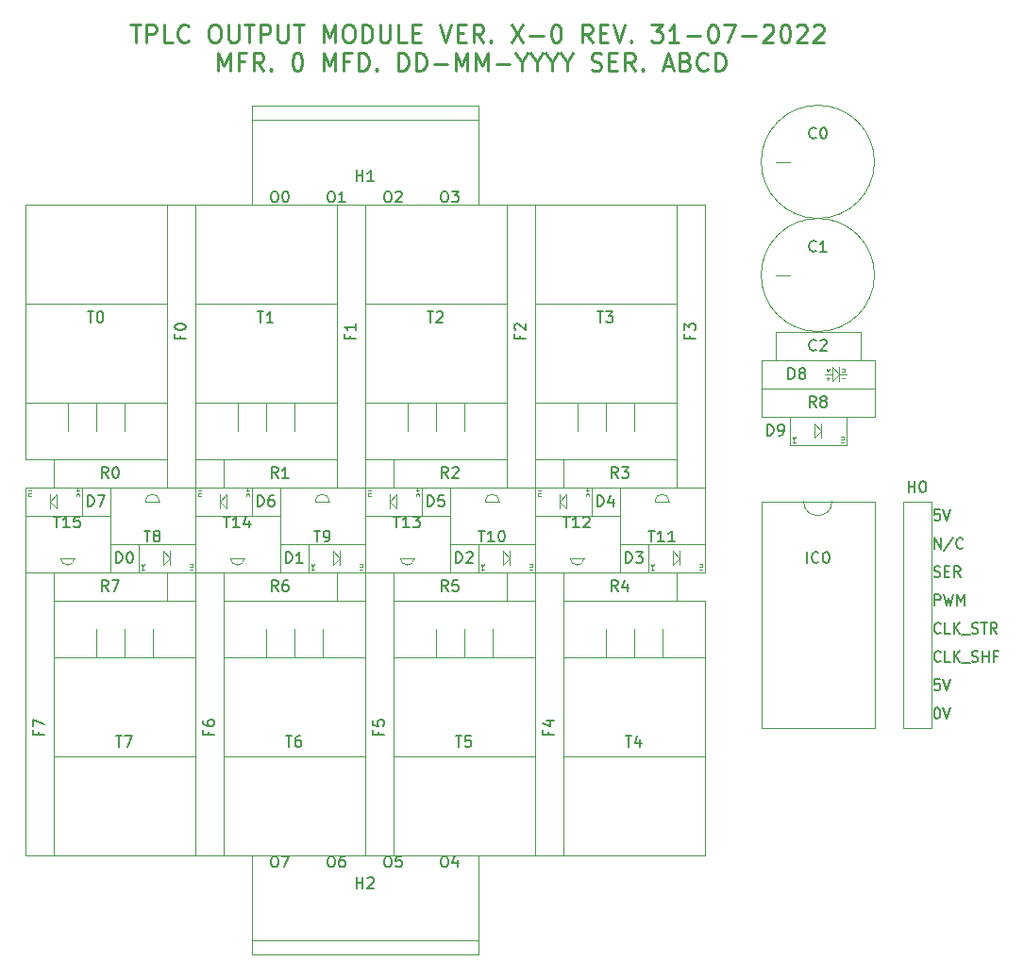
<source format=gbr>
%TF.GenerationSoftware,KiCad,Pcbnew,(6.0.0)*%
%TF.CreationDate,2023-06-08T10:59:27-04:00*%
%TF.ProjectId,OUTPUT,4f555450-5554-42e6-9b69-6361645f7063,rev?*%
%TF.SameCoordinates,Original*%
%TF.FileFunction,Legend,Top*%
%TF.FilePolarity,Positive*%
%FSLAX46Y46*%
G04 Gerber Fmt 4.6, Leading zero omitted, Abs format (unit mm)*
G04 Created by KiCad (PCBNEW (6.0.0)) date 2023-06-08 10:59:27*
%MOMM*%
%LPD*%
G01*
G04 APERTURE LIST*
%ADD10C,0.127000*%
%ADD11C,0.254000*%
%ADD12C,0.150000*%
%ADD13C,0.120000*%
G04 APERTURE END LIST*
D10*
X168493621Y-100670178D02*
X168448264Y-100715535D01*
X168312192Y-100760892D01*
X168221478Y-100760892D01*
X168085407Y-100715535D01*
X167994692Y-100624821D01*
X167949335Y-100534107D01*
X167903978Y-100352678D01*
X167903978Y-100216607D01*
X167949335Y-100035178D01*
X167994692Y-99944464D01*
X168085407Y-99853750D01*
X168221478Y-99808392D01*
X168312192Y-99808392D01*
X168448264Y-99853750D01*
X168493621Y-99899107D01*
X169355407Y-100760892D02*
X168901835Y-100760892D01*
X168901835Y-99808392D01*
X169672907Y-100760892D02*
X169672907Y-99808392D01*
X170217192Y-100760892D02*
X169808978Y-100216607D01*
X170217192Y-99808392D02*
X169672907Y-100352678D01*
X170398621Y-100851607D02*
X171124335Y-100851607D01*
X171305764Y-100715535D02*
X171441835Y-100760892D01*
X171668621Y-100760892D01*
X171759335Y-100715535D01*
X171804692Y-100670178D01*
X171850050Y-100579464D01*
X171850050Y-100488750D01*
X171804692Y-100398035D01*
X171759335Y-100352678D01*
X171668621Y-100307321D01*
X171487192Y-100261964D01*
X171396478Y-100216607D01*
X171351121Y-100171250D01*
X171305764Y-100080535D01*
X171305764Y-99989821D01*
X171351121Y-99899107D01*
X171396478Y-99853750D01*
X171487192Y-99808392D01*
X171713978Y-99808392D01*
X171850050Y-99853750D01*
X172258264Y-100760892D02*
X172258264Y-99808392D01*
X172258264Y-100261964D02*
X172802550Y-100261964D01*
X172802550Y-100760892D02*
X172802550Y-99808392D01*
X173573621Y-100261964D02*
X173256121Y-100261964D01*
X173256121Y-100760892D02*
X173256121Y-99808392D01*
X173709692Y-99808392D01*
X113755714Y-118223392D02*
X113937142Y-118223392D01*
X114027857Y-118268750D01*
X114118571Y-118359464D01*
X114163928Y-118540892D01*
X114163928Y-118858392D01*
X114118571Y-119039821D01*
X114027857Y-119130535D01*
X113937142Y-119175892D01*
X113755714Y-119175892D01*
X113665000Y-119130535D01*
X113574285Y-119039821D01*
X113528928Y-118858392D01*
X113528928Y-118540892D01*
X113574285Y-118359464D01*
X113665000Y-118268750D01*
X113755714Y-118223392D01*
X114980357Y-118223392D02*
X114798928Y-118223392D01*
X114708214Y-118268750D01*
X114662857Y-118314107D01*
X114572142Y-118450178D01*
X114526785Y-118631607D01*
X114526785Y-118994464D01*
X114572142Y-119085178D01*
X114617500Y-119130535D01*
X114708214Y-119175892D01*
X114889642Y-119175892D01*
X114980357Y-119130535D01*
X115025714Y-119085178D01*
X115071071Y-118994464D01*
X115071071Y-118767678D01*
X115025714Y-118676964D01*
X114980357Y-118631607D01*
X114889642Y-118586250D01*
X114708214Y-118586250D01*
X114617500Y-118631607D01*
X114572142Y-118676964D01*
X114526785Y-118767678D01*
X123915714Y-118223392D02*
X124097142Y-118223392D01*
X124187857Y-118268750D01*
X124278571Y-118359464D01*
X124323928Y-118540892D01*
X124323928Y-118858392D01*
X124278571Y-119039821D01*
X124187857Y-119130535D01*
X124097142Y-119175892D01*
X123915714Y-119175892D01*
X123825000Y-119130535D01*
X123734285Y-119039821D01*
X123688928Y-118858392D01*
X123688928Y-118540892D01*
X123734285Y-118359464D01*
X123825000Y-118268750D01*
X123915714Y-118223392D01*
X125140357Y-118540892D02*
X125140357Y-119175892D01*
X124913571Y-118178035D02*
X124686785Y-118858392D01*
X125276428Y-118858392D01*
X167949335Y-95680892D02*
X167949335Y-94728392D01*
X168312192Y-94728392D01*
X168402907Y-94773750D01*
X168448264Y-94819107D01*
X168493621Y-94909821D01*
X168493621Y-95045892D01*
X168448264Y-95136607D01*
X168402907Y-95181964D01*
X168312192Y-95227321D01*
X167949335Y-95227321D01*
X168811121Y-94728392D02*
X169037907Y-95680892D01*
X169219335Y-95000535D01*
X169400764Y-95680892D01*
X169627550Y-94728392D01*
X169990407Y-95680892D02*
X169990407Y-94728392D01*
X170307907Y-95408750D01*
X170625407Y-94728392D01*
X170625407Y-95680892D01*
X168493621Y-98130178D02*
X168448264Y-98175535D01*
X168312192Y-98220892D01*
X168221478Y-98220892D01*
X168085407Y-98175535D01*
X167994692Y-98084821D01*
X167949335Y-97994107D01*
X167903978Y-97812678D01*
X167903978Y-97676607D01*
X167949335Y-97495178D01*
X167994692Y-97404464D01*
X168085407Y-97313750D01*
X168221478Y-97268392D01*
X168312192Y-97268392D01*
X168448264Y-97313750D01*
X168493621Y-97359107D01*
X169355407Y-98220892D02*
X168901835Y-98220892D01*
X168901835Y-97268392D01*
X169672907Y-98220892D02*
X169672907Y-97268392D01*
X170217192Y-98220892D02*
X169808978Y-97676607D01*
X170217192Y-97268392D02*
X169672907Y-97812678D01*
X170398621Y-98311607D02*
X171124335Y-98311607D01*
X171305764Y-98175535D02*
X171441835Y-98220892D01*
X171668621Y-98220892D01*
X171759335Y-98175535D01*
X171804692Y-98130178D01*
X171850050Y-98039464D01*
X171850050Y-97948750D01*
X171804692Y-97858035D01*
X171759335Y-97812678D01*
X171668621Y-97767321D01*
X171487192Y-97721964D01*
X171396478Y-97676607D01*
X171351121Y-97631250D01*
X171305764Y-97540535D01*
X171305764Y-97449821D01*
X171351121Y-97359107D01*
X171396478Y-97313750D01*
X171487192Y-97268392D01*
X171713978Y-97268392D01*
X171850050Y-97313750D01*
X172122192Y-97268392D02*
X172666478Y-97268392D01*
X172394335Y-98220892D02*
X172394335Y-97268392D01*
X173528264Y-98220892D02*
X173210764Y-97767321D01*
X172983978Y-98220892D02*
X172983978Y-97268392D01*
X173346835Y-97268392D01*
X173437550Y-97313750D01*
X173482907Y-97359107D01*
X173528264Y-97449821D01*
X173528264Y-97585892D01*
X173482907Y-97676607D01*
X173437550Y-97721964D01*
X173346835Y-97767321D01*
X172983978Y-97767321D01*
X113755714Y-58533392D02*
X113937142Y-58533392D01*
X114027857Y-58578750D01*
X114118571Y-58669464D01*
X114163928Y-58850892D01*
X114163928Y-59168392D01*
X114118571Y-59349821D01*
X114027857Y-59440535D01*
X113937142Y-59485892D01*
X113755714Y-59485892D01*
X113665000Y-59440535D01*
X113574285Y-59349821D01*
X113528928Y-59168392D01*
X113528928Y-58850892D01*
X113574285Y-58669464D01*
X113665000Y-58578750D01*
X113755714Y-58533392D01*
X115071071Y-59485892D02*
X114526785Y-59485892D01*
X114798928Y-59485892D02*
X114798928Y-58533392D01*
X114708214Y-58669464D01*
X114617500Y-58760178D01*
X114526785Y-58805535D01*
D11*
X95816964Y-43572717D02*
X96724107Y-43572717D01*
X96270535Y-45160217D02*
X96270535Y-43572717D01*
X97253273Y-45160217D02*
X97253273Y-43572717D01*
X97858035Y-43572717D01*
X98009226Y-43648313D01*
X98084821Y-43723908D01*
X98160416Y-43875098D01*
X98160416Y-44101884D01*
X98084821Y-44253074D01*
X98009226Y-44328670D01*
X97858035Y-44404265D01*
X97253273Y-44404265D01*
X99596726Y-45160217D02*
X98840773Y-45160217D01*
X98840773Y-43572717D01*
X101033035Y-45009027D02*
X100957440Y-45084622D01*
X100730654Y-45160217D01*
X100579464Y-45160217D01*
X100352678Y-45084622D01*
X100201488Y-44933432D01*
X100125892Y-44782241D01*
X100050297Y-44479860D01*
X100050297Y-44253074D01*
X100125892Y-43950693D01*
X100201488Y-43799503D01*
X100352678Y-43648313D01*
X100579464Y-43572717D01*
X100730654Y-43572717D01*
X100957440Y-43648313D01*
X101033035Y-43723908D01*
X103225297Y-43572717D02*
X103527678Y-43572717D01*
X103678869Y-43648313D01*
X103830059Y-43799503D01*
X103905654Y-44101884D01*
X103905654Y-44631051D01*
X103830059Y-44933432D01*
X103678869Y-45084622D01*
X103527678Y-45160217D01*
X103225297Y-45160217D01*
X103074107Y-45084622D01*
X102922916Y-44933432D01*
X102847321Y-44631051D01*
X102847321Y-44101884D01*
X102922916Y-43799503D01*
X103074107Y-43648313D01*
X103225297Y-43572717D01*
X104586011Y-43572717D02*
X104586011Y-44857836D01*
X104661607Y-45009027D01*
X104737202Y-45084622D01*
X104888392Y-45160217D01*
X105190773Y-45160217D01*
X105341964Y-45084622D01*
X105417559Y-45009027D01*
X105493154Y-44857836D01*
X105493154Y-43572717D01*
X106022321Y-43572717D02*
X106929464Y-43572717D01*
X106475892Y-45160217D02*
X106475892Y-43572717D01*
X107458630Y-45160217D02*
X107458630Y-43572717D01*
X108063392Y-43572717D01*
X108214583Y-43648313D01*
X108290178Y-43723908D01*
X108365773Y-43875098D01*
X108365773Y-44101884D01*
X108290178Y-44253074D01*
X108214583Y-44328670D01*
X108063392Y-44404265D01*
X107458630Y-44404265D01*
X109046130Y-43572717D02*
X109046130Y-44857836D01*
X109121726Y-45009027D01*
X109197321Y-45084622D01*
X109348511Y-45160217D01*
X109650892Y-45160217D01*
X109802083Y-45084622D01*
X109877678Y-45009027D01*
X109953273Y-44857836D01*
X109953273Y-43572717D01*
X110482440Y-43572717D02*
X111389583Y-43572717D01*
X110936011Y-45160217D02*
X110936011Y-43572717D01*
X113128273Y-45160217D02*
X113128273Y-43572717D01*
X113657440Y-44706646D01*
X114186607Y-43572717D01*
X114186607Y-45160217D01*
X115244940Y-43572717D02*
X115547321Y-43572717D01*
X115698511Y-43648313D01*
X115849702Y-43799503D01*
X115925297Y-44101884D01*
X115925297Y-44631051D01*
X115849702Y-44933432D01*
X115698511Y-45084622D01*
X115547321Y-45160217D01*
X115244940Y-45160217D01*
X115093750Y-45084622D01*
X114942559Y-44933432D01*
X114866964Y-44631051D01*
X114866964Y-44101884D01*
X114942559Y-43799503D01*
X115093750Y-43648313D01*
X115244940Y-43572717D01*
X116605654Y-45160217D02*
X116605654Y-43572717D01*
X116983630Y-43572717D01*
X117210416Y-43648313D01*
X117361607Y-43799503D01*
X117437202Y-43950693D01*
X117512797Y-44253074D01*
X117512797Y-44479860D01*
X117437202Y-44782241D01*
X117361607Y-44933432D01*
X117210416Y-45084622D01*
X116983630Y-45160217D01*
X116605654Y-45160217D01*
X118193154Y-43572717D02*
X118193154Y-44857836D01*
X118268750Y-45009027D01*
X118344345Y-45084622D01*
X118495535Y-45160217D01*
X118797916Y-45160217D01*
X118949107Y-45084622D01*
X119024702Y-45009027D01*
X119100297Y-44857836D01*
X119100297Y-43572717D01*
X120612202Y-45160217D02*
X119856250Y-45160217D01*
X119856250Y-43572717D01*
X121141369Y-44328670D02*
X121670535Y-44328670D01*
X121897321Y-45160217D02*
X121141369Y-45160217D01*
X121141369Y-43572717D01*
X121897321Y-43572717D01*
X123560416Y-43572717D02*
X124089583Y-45160217D01*
X124618750Y-43572717D01*
X125147916Y-44328670D02*
X125677083Y-44328670D01*
X125903869Y-45160217D02*
X125147916Y-45160217D01*
X125147916Y-43572717D01*
X125903869Y-43572717D01*
X127491369Y-45160217D02*
X126962202Y-44404265D01*
X126584226Y-45160217D02*
X126584226Y-43572717D01*
X127188988Y-43572717D01*
X127340178Y-43648313D01*
X127415773Y-43723908D01*
X127491369Y-43875098D01*
X127491369Y-44101884D01*
X127415773Y-44253074D01*
X127340178Y-44328670D01*
X127188988Y-44404265D01*
X126584226Y-44404265D01*
X128171726Y-45009027D02*
X128247321Y-45084622D01*
X128171726Y-45160217D01*
X128096130Y-45084622D01*
X128171726Y-45009027D01*
X128171726Y-45160217D01*
X129986011Y-43572717D02*
X131044345Y-45160217D01*
X131044345Y-43572717D02*
X129986011Y-45160217D01*
X131649107Y-44555455D02*
X132858630Y-44555455D01*
X133916964Y-43572717D02*
X134068154Y-43572717D01*
X134219345Y-43648313D01*
X134294940Y-43723908D01*
X134370535Y-43875098D01*
X134446130Y-44177479D01*
X134446130Y-44555455D01*
X134370535Y-44857836D01*
X134294940Y-45009027D01*
X134219345Y-45084622D01*
X134068154Y-45160217D01*
X133916964Y-45160217D01*
X133765773Y-45084622D01*
X133690178Y-45009027D01*
X133614583Y-44857836D01*
X133538988Y-44555455D01*
X133538988Y-44177479D01*
X133614583Y-43875098D01*
X133690178Y-43723908D01*
X133765773Y-43648313D01*
X133916964Y-43572717D01*
X137243154Y-45160217D02*
X136713988Y-44404265D01*
X136336011Y-45160217D02*
X136336011Y-43572717D01*
X136940773Y-43572717D01*
X137091964Y-43648313D01*
X137167559Y-43723908D01*
X137243154Y-43875098D01*
X137243154Y-44101884D01*
X137167559Y-44253074D01*
X137091964Y-44328670D01*
X136940773Y-44404265D01*
X136336011Y-44404265D01*
X137923511Y-44328670D02*
X138452678Y-44328670D01*
X138679464Y-45160217D02*
X137923511Y-45160217D01*
X137923511Y-43572717D01*
X138679464Y-43572717D01*
X139133035Y-43572717D02*
X139662202Y-45160217D01*
X140191369Y-43572717D01*
X140720535Y-45009027D02*
X140796130Y-45084622D01*
X140720535Y-45160217D01*
X140644940Y-45084622D01*
X140720535Y-45009027D01*
X140720535Y-45160217D01*
X142534821Y-43572717D02*
X143517559Y-43572717D01*
X142988392Y-44177479D01*
X143215178Y-44177479D01*
X143366369Y-44253074D01*
X143441964Y-44328670D01*
X143517559Y-44479860D01*
X143517559Y-44857836D01*
X143441964Y-45009027D01*
X143366369Y-45084622D01*
X143215178Y-45160217D01*
X142761607Y-45160217D01*
X142610416Y-45084622D01*
X142534821Y-45009027D01*
X145029464Y-45160217D02*
X144122321Y-45160217D01*
X144575892Y-45160217D02*
X144575892Y-43572717D01*
X144424702Y-43799503D01*
X144273511Y-43950693D01*
X144122321Y-44026289D01*
X145709821Y-44555455D02*
X146919345Y-44555455D01*
X147977678Y-43572717D02*
X148128869Y-43572717D01*
X148280059Y-43648313D01*
X148355654Y-43723908D01*
X148431250Y-43875098D01*
X148506845Y-44177479D01*
X148506845Y-44555455D01*
X148431250Y-44857836D01*
X148355654Y-45009027D01*
X148280059Y-45084622D01*
X148128869Y-45160217D01*
X147977678Y-45160217D01*
X147826488Y-45084622D01*
X147750892Y-45009027D01*
X147675297Y-44857836D01*
X147599702Y-44555455D01*
X147599702Y-44177479D01*
X147675297Y-43875098D01*
X147750892Y-43723908D01*
X147826488Y-43648313D01*
X147977678Y-43572717D01*
X149036011Y-43572717D02*
X150094345Y-43572717D01*
X149413988Y-45160217D01*
X150699107Y-44555455D02*
X151908630Y-44555455D01*
X152588988Y-43723908D02*
X152664583Y-43648313D01*
X152815773Y-43572717D01*
X153193750Y-43572717D01*
X153344940Y-43648313D01*
X153420535Y-43723908D01*
X153496130Y-43875098D01*
X153496130Y-44026289D01*
X153420535Y-44253074D01*
X152513392Y-45160217D01*
X153496130Y-45160217D01*
X154478869Y-43572717D02*
X154630059Y-43572717D01*
X154781250Y-43648313D01*
X154856845Y-43723908D01*
X154932440Y-43875098D01*
X155008035Y-44177479D01*
X155008035Y-44555455D01*
X154932440Y-44857836D01*
X154856845Y-45009027D01*
X154781250Y-45084622D01*
X154630059Y-45160217D01*
X154478869Y-45160217D01*
X154327678Y-45084622D01*
X154252083Y-45009027D01*
X154176488Y-44857836D01*
X154100892Y-44555455D01*
X154100892Y-44177479D01*
X154176488Y-43875098D01*
X154252083Y-43723908D01*
X154327678Y-43648313D01*
X154478869Y-43572717D01*
X155612797Y-43723908D02*
X155688392Y-43648313D01*
X155839583Y-43572717D01*
X156217559Y-43572717D01*
X156368750Y-43648313D01*
X156444345Y-43723908D01*
X156519940Y-43875098D01*
X156519940Y-44026289D01*
X156444345Y-44253074D01*
X155537202Y-45160217D01*
X156519940Y-45160217D01*
X157124702Y-43723908D02*
X157200297Y-43648313D01*
X157351488Y-43572717D01*
X157729464Y-43572717D01*
X157880654Y-43648313D01*
X157956250Y-43723908D01*
X158031845Y-43875098D01*
X158031845Y-44026289D01*
X157956250Y-44253074D01*
X157049107Y-45160217D01*
X158031845Y-45160217D01*
X103678869Y-47716092D02*
X103678869Y-46128592D01*
X104208035Y-47262521D01*
X104737202Y-46128592D01*
X104737202Y-47716092D01*
X106022321Y-46884545D02*
X105493154Y-46884545D01*
X105493154Y-47716092D02*
X105493154Y-46128592D01*
X106249107Y-46128592D01*
X107761011Y-47716092D02*
X107231845Y-46960140D01*
X106853869Y-47716092D02*
X106853869Y-46128592D01*
X107458630Y-46128592D01*
X107609821Y-46204188D01*
X107685416Y-46279783D01*
X107761011Y-46430973D01*
X107761011Y-46657759D01*
X107685416Y-46808949D01*
X107609821Y-46884545D01*
X107458630Y-46960140D01*
X106853869Y-46960140D01*
X108441369Y-47564902D02*
X108516964Y-47640497D01*
X108441369Y-47716092D01*
X108365773Y-47640497D01*
X108441369Y-47564902D01*
X108441369Y-47716092D01*
X110709226Y-46128592D02*
X110860416Y-46128592D01*
X111011607Y-46204188D01*
X111087202Y-46279783D01*
X111162797Y-46430973D01*
X111238392Y-46733354D01*
X111238392Y-47111330D01*
X111162797Y-47413711D01*
X111087202Y-47564902D01*
X111011607Y-47640497D01*
X110860416Y-47716092D01*
X110709226Y-47716092D01*
X110558035Y-47640497D01*
X110482440Y-47564902D01*
X110406845Y-47413711D01*
X110331250Y-47111330D01*
X110331250Y-46733354D01*
X110406845Y-46430973D01*
X110482440Y-46279783D01*
X110558035Y-46204188D01*
X110709226Y-46128592D01*
X113128273Y-47716092D02*
X113128273Y-46128592D01*
X113657440Y-47262521D01*
X114186607Y-46128592D01*
X114186607Y-47716092D01*
X115471726Y-46884545D02*
X114942559Y-46884545D01*
X114942559Y-47716092D02*
X114942559Y-46128592D01*
X115698511Y-46128592D01*
X116303273Y-47716092D02*
X116303273Y-46128592D01*
X116681250Y-46128592D01*
X116908035Y-46204188D01*
X117059226Y-46355378D01*
X117134821Y-46506568D01*
X117210416Y-46808949D01*
X117210416Y-47035735D01*
X117134821Y-47338116D01*
X117059226Y-47489307D01*
X116908035Y-47640497D01*
X116681250Y-47716092D01*
X116303273Y-47716092D01*
X117890773Y-47564902D02*
X117966369Y-47640497D01*
X117890773Y-47716092D01*
X117815178Y-47640497D01*
X117890773Y-47564902D01*
X117890773Y-47716092D01*
X119856250Y-47716092D02*
X119856250Y-46128592D01*
X120234226Y-46128592D01*
X120461011Y-46204188D01*
X120612202Y-46355378D01*
X120687797Y-46506568D01*
X120763392Y-46808949D01*
X120763392Y-47035735D01*
X120687797Y-47338116D01*
X120612202Y-47489307D01*
X120461011Y-47640497D01*
X120234226Y-47716092D01*
X119856250Y-47716092D01*
X121443750Y-47716092D02*
X121443750Y-46128592D01*
X121821726Y-46128592D01*
X122048511Y-46204188D01*
X122199702Y-46355378D01*
X122275297Y-46506568D01*
X122350892Y-46808949D01*
X122350892Y-47035735D01*
X122275297Y-47338116D01*
X122199702Y-47489307D01*
X122048511Y-47640497D01*
X121821726Y-47716092D01*
X121443750Y-47716092D01*
X123031250Y-47111330D02*
X124240773Y-47111330D01*
X124996726Y-47716092D02*
X124996726Y-46128592D01*
X125525892Y-47262521D01*
X126055059Y-46128592D01*
X126055059Y-47716092D01*
X126811011Y-47716092D02*
X126811011Y-46128592D01*
X127340178Y-47262521D01*
X127869345Y-46128592D01*
X127869345Y-47716092D01*
X128625297Y-47111330D02*
X129834821Y-47111330D01*
X130893154Y-46960140D02*
X130893154Y-47716092D01*
X130363988Y-46128592D02*
X130893154Y-46960140D01*
X131422321Y-46128592D01*
X132253869Y-46960140D02*
X132253869Y-47716092D01*
X131724702Y-46128592D02*
X132253869Y-46960140D01*
X132783035Y-46128592D01*
X133614583Y-46960140D02*
X133614583Y-47716092D01*
X133085416Y-46128592D02*
X133614583Y-46960140D01*
X134143750Y-46128592D01*
X134975297Y-46960140D02*
X134975297Y-47716092D01*
X134446130Y-46128592D02*
X134975297Y-46960140D01*
X135504464Y-46128592D01*
X137167559Y-47640497D02*
X137394345Y-47716092D01*
X137772321Y-47716092D01*
X137923511Y-47640497D01*
X137999107Y-47564902D01*
X138074702Y-47413711D01*
X138074702Y-47262521D01*
X137999107Y-47111330D01*
X137923511Y-47035735D01*
X137772321Y-46960140D01*
X137469940Y-46884545D01*
X137318750Y-46808949D01*
X137243154Y-46733354D01*
X137167559Y-46582164D01*
X137167559Y-46430973D01*
X137243154Y-46279783D01*
X137318750Y-46204188D01*
X137469940Y-46128592D01*
X137847916Y-46128592D01*
X138074702Y-46204188D01*
X138755059Y-46884545D02*
X139284226Y-46884545D01*
X139511011Y-47716092D02*
X138755059Y-47716092D01*
X138755059Y-46128592D01*
X139511011Y-46128592D01*
X141098511Y-47716092D02*
X140569345Y-46960140D01*
X140191369Y-47716092D02*
X140191369Y-46128592D01*
X140796130Y-46128592D01*
X140947321Y-46204188D01*
X141022916Y-46279783D01*
X141098511Y-46430973D01*
X141098511Y-46657759D01*
X141022916Y-46808949D01*
X140947321Y-46884545D01*
X140796130Y-46960140D01*
X140191369Y-46960140D01*
X141778869Y-47564902D02*
X141854464Y-47640497D01*
X141778869Y-47716092D01*
X141703273Y-47640497D01*
X141778869Y-47564902D01*
X141778869Y-47716092D01*
X143668750Y-47262521D02*
X144424702Y-47262521D01*
X143517559Y-47716092D02*
X144046726Y-46128592D01*
X144575892Y-47716092D01*
X145634226Y-46884545D02*
X145861011Y-46960140D01*
X145936607Y-47035735D01*
X146012202Y-47186926D01*
X146012202Y-47413711D01*
X145936607Y-47564902D01*
X145861011Y-47640497D01*
X145709821Y-47716092D01*
X145105059Y-47716092D01*
X145105059Y-46128592D01*
X145634226Y-46128592D01*
X145785416Y-46204188D01*
X145861011Y-46279783D01*
X145936607Y-46430973D01*
X145936607Y-46582164D01*
X145861011Y-46733354D01*
X145785416Y-46808949D01*
X145634226Y-46884545D01*
X145105059Y-46884545D01*
X147599702Y-47564902D02*
X147524107Y-47640497D01*
X147297321Y-47716092D01*
X147146130Y-47716092D01*
X146919345Y-47640497D01*
X146768154Y-47489307D01*
X146692559Y-47338116D01*
X146616964Y-47035735D01*
X146616964Y-46808949D01*
X146692559Y-46506568D01*
X146768154Y-46355378D01*
X146919345Y-46204188D01*
X147146130Y-46128592D01*
X147297321Y-46128592D01*
X147524107Y-46204188D01*
X147599702Y-46279783D01*
X148280059Y-47716092D02*
X148280059Y-46128592D01*
X148658035Y-46128592D01*
X148884821Y-46204188D01*
X149036011Y-46355378D01*
X149111607Y-46506568D01*
X149187202Y-46808949D01*
X149187202Y-47035735D01*
X149111607Y-47338116D01*
X149036011Y-47489307D01*
X148884821Y-47640497D01*
X148658035Y-47716092D01*
X148280059Y-47716092D01*
D10*
X167949335Y-90600892D02*
X167949335Y-89648392D01*
X168493621Y-90600892D01*
X168493621Y-89648392D01*
X169627550Y-89603035D02*
X168811121Y-90827678D01*
X170489335Y-90510178D02*
X170443978Y-90555535D01*
X170307907Y-90600892D01*
X170217192Y-90600892D01*
X170081121Y-90555535D01*
X169990407Y-90464821D01*
X169945050Y-90374107D01*
X169899692Y-90192678D01*
X169899692Y-90056607D01*
X169945050Y-89875178D01*
X169990407Y-89784464D01*
X170081121Y-89693750D01*
X170217192Y-89648392D01*
X170307907Y-89648392D01*
X170443978Y-89693750D01*
X170489335Y-89739107D01*
X168402907Y-102348392D02*
X167949335Y-102348392D01*
X167903978Y-102801964D01*
X167949335Y-102756607D01*
X168040050Y-102711250D01*
X168266835Y-102711250D01*
X168357550Y-102756607D01*
X168402907Y-102801964D01*
X168448264Y-102892678D01*
X168448264Y-103119464D01*
X168402907Y-103210178D01*
X168357550Y-103255535D01*
X168266835Y-103300892D01*
X168040050Y-103300892D01*
X167949335Y-103255535D01*
X167903978Y-103210178D01*
X168720407Y-102348392D02*
X169037907Y-103300892D01*
X169355407Y-102348392D01*
X167903978Y-93095535D02*
X168040050Y-93140892D01*
X168266835Y-93140892D01*
X168357550Y-93095535D01*
X168402907Y-93050178D01*
X168448264Y-92959464D01*
X168448264Y-92868750D01*
X168402907Y-92778035D01*
X168357550Y-92732678D01*
X168266835Y-92687321D01*
X168085407Y-92641964D01*
X167994692Y-92596607D01*
X167949335Y-92551250D01*
X167903978Y-92460535D01*
X167903978Y-92369821D01*
X167949335Y-92279107D01*
X167994692Y-92233750D01*
X168085407Y-92188392D01*
X168312192Y-92188392D01*
X168448264Y-92233750D01*
X168856478Y-92641964D02*
X169173978Y-92641964D01*
X169310050Y-93140892D02*
X168856478Y-93140892D01*
X168856478Y-92188392D01*
X169310050Y-92188392D01*
X170262550Y-93140892D02*
X169945050Y-92687321D01*
X169718264Y-93140892D02*
X169718264Y-92188392D01*
X170081121Y-92188392D01*
X170171835Y-92233750D01*
X170217192Y-92279107D01*
X170262550Y-92369821D01*
X170262550Y-92505892D01*
X170217192Y-92596607D01*
X170171835Y-92641964D01*
X170081121Y-92687321D01*
X169718264Y-92687321D01*
X108675714Y-118223392D02*
X108857142Y-118223392D01*
X108947857Y-118268750D01*
X109038571Y-118359464D01*
X109083928Y-118540892D01*
X109083928Y-118858392D01*
X109038571Y-119039821D01*
X108947857Y-119130535D01*
X108857142Y-119175892D01*
X108675714Y-119175892D01*
X108585000Y-119130535D01*
X108494285Y-119039821D01*
X108448928Y-118858392D01*
X108448928Y-118540892D01*
X108494285Y-118359464D01*
X108585000Y-118268750D01*
X108675714Y-118223392D01*
X109401428Y-118223392D02*
X110036428Y-118223392D01*
X109628214Y-119175892D01*
X168402907Y-87108392D02*
X167949335Y-87108392D01*
X167903978Y-87561964D01*
X167949335Y-87516607D01*
X168040050Y-87471250D01*
X168266835Y-87471250D01*
X168357550Y-87516607D01*
X168402907Y-87561964D01*
X168448264Y-87652678D01*
X168448264Y-87879464D01*
X168402907Y-87970178D01*
X168357550Y-88015535D01*
X168266835Y-88060892D01*
X168040050Y-88060892D01*
X167949335Y-88015535D01*
X167903978Y-87970178D01*
X168720407Y-87108392D02*
X169037907Y-88060892D01*
X169355407Y-87108392D01*
X118835714Y-58533392D02*
X119017142Y-58533392D01*
X119107857Y-58578750D01*
X119198571Y-58669464D01*
X119243928Y-58850892D01*
X119243928Y-59168392D01*
X119198571Y-59349821D01*
X119107857Y-59440535D01*
X119017142Y-59485892D01*
X118835714Y-59485892D01*
X118745000Y-59440535D01*
X118654285Y-59349821D01*
X118608928Y-59168392D01*
X118608928Y-58850892D01*
X118654285Y-58669464D01*
X118745000Y-58578750D01*
X118835714Y-58533392D01*
X119606785Y-58624107D02*
X119652142Y-58578750D01*
X119742857Y-58533392D01*
X119969642Y-58533392D01*
X120060357Y-58578750D01*
X120105714Y-58624107D01*
X120151071Y-58714821D01*
X120151071Y-58805535D01*
X120105714Y-58941607D01*
X119561428Y-59485892D01*
X120151071Y-59485892D01*
X108675714Y-58533392D02*
X108857142Y-58533392D01*
X108947857Y-58578750D01*
X109038571Y-58669464D01*
X109083928Y-58850892D01*
X109083928Y-59168392D01*
X109038571Y-59349821D01*
X108947857Y-59440535D01*
X108857142Y-59485892D01*
X108675714Y-59485892D01*
X108585000Y-59440535D01*
X108494285Y-59349821D01*
X108448928Y-59168392D01*
X108448928Y-58850892D01*
X108494285Y-58669464D01*
X108585000Y-58578750D01*
X108675714Y-58533392D01*
X109673571Y-58533392D02*
X109764285Y-58533392D01*
X109855000Y-58578750D01*
X109900357Y-58624107D01*
X109945714Y-58714821D01*
X109991071Y-58896250D01*
X109991071Y-59123035D01*
X109945714Y-59304464D01*
X109900357Y-59395178D01*
X109855000Y-59440535D01*
X109764285Y-59485892D01*
X109673571Y-59485892D01*
X109582857Y-59440535D01*
X109537500Y-59395178D01*
X109492142Y-59304464D01*
X109446785Y-59123035D01*
X109446785Y-58896250D01*
X109492142Y-58714821D01*
X109537500Y-58624107D01*
X109582857Y-58578750D01*
X109673571Y-58533392D01*
X123915714Y-58533392D02*
X124097142Y-58533392D01*
X124187857Y-58578750D01*
X124278571Y-58669464D01*
X124323928Y-58850892D01*
X124323928Y-59168392D01*
X124278571Y-59349821D01*
X124187857Y-59440535D01*
X124097142Y-59485892D01*
X123915714Y-59485892D01*
X123825000Y-59440535D01*
X123734285Y-59349821D01*
X123688928Y-59168392D01*
X123688928Y-58850892D01*
X123734285Y-58669464D01*
X123825000Y-58578750D01*
X123915714Y-58533392D01*
X124641428Y-58533392D02*
X125231071Y-58533392D01*
X124913571Y-58896250D01*
X125049642Y-58896250D01*
X125140357Y-58941607D01*
X125185714Y-58986964D01*
X125231071Y-59077678D01*
X125231071Y-59304464D01*
X125185714Y-59395178D01*
X125140357Y-59440535D01*
X125049642Y-59485892D01*
X124777500Y-59485892D01*
X124686785Y-59440535D01*
X124641428Y-59395178D01*
X168130764Y-104888392D02*
X168221478Y-104888392D01*
X168312192Y-104933750D01*
X168357550Y-104979107D01*
X168402907Y-105069821D01*
X168448264Y-105251250D01*
X168448264Y-105478035D01*
X168402907Y-105659464D01*
X168357550Y-105750178D01*
X168312192Y-105795535D01*
X168221478Y-105840892D01*
X168130764Y-105840892D01*
X168040050Y-105795535D01*
X167994692Y-105750178D01*
X167949335Y-105659464D01*
X167903978Y-105478035D01*
X167903978Y-105251250D01*
X167949335Y-105069821D01*
X167994692Y-104979107D01*
X168040050Y-104933750D01*
X168130764Y-104888392D01*
X168720407Y-104888392D02*
X169037907Y-105840892D01*
X169355407Y-104888392D01*
X118835714Y-118223392D02*
X119017142Y-118223392D01*
X119107857Y-118268750D01*
X119198571Y-118359464D01*
X119243928Y-118540892D01*
X119243928Y-118858392D01*
X119198571Y-119039821D01*
X119107857Y-119130535D01*
X119017142Y-119175892D01*
X118835714Y-119175892D01*
X118745000Y-119130535D01*
X118654285Y-119039821D01*
X118608928Y-118858392D01*
X118608928Y-118540892D01*
X118654285Y-118359464D01*
X118745000Y-118268750D01*
X118835714Y-118223392D01*
X120105714Y-118223392D02*
X119652142Y-118223392D01*
X119606785Y-118676964D01*
X119652142Y-118631607D01*
X119742857Y-118586250D01*
X119969642Y-118586250D01*
X120060357Y-118631607D01*
X120105714Y-118676964D01*
X120151071Y-118767678D01*
X120151071Y-118994464D01*
X120105714Y-119085178D01*
X120060357Y-119130535D01*
X119969642Y-119175892D01*
X119742857Y-119175892D01*
X119652142Y-119130535D01*
X119606785Y-119085178D01*
D12*
%TO.C,D4*%
X137691904Y-86812380D02*
X137691904Y-85812380D01*
X137930000Y-85812380D01*
X138072857Y-85860000D01*
X138168095Y-85955238D01*
X138215714Y-86050476D01*
X138263333Y-86240952D01*
X138263333Y-86383809D01*
X138215714Y-86574285D01*
X138168095Y-86669523D01*
X138072857Y-86764761D01*
X137930000Y-86812380D01*
X137691904Y-86812380D01*
X139120476Y-86145714D02*
X139120476Y-86812380D01*
X138882380Y-85764761D02*
X138644285Y-86479047D01*
X139263333Y-86479047D01*
%TO.C,T4*%
X140208095Y-107402380D02*
X140779523Y-107402380D01*
X140493809Y-108402380D02*
X140493809Y-107402380D01*
X141541428Y-107735714D02*
X141541428Y-108402380D01*
X141303333Y-107354761D02*
X141065238Y-108069047D01*
X141684285Y-108069047D01*
%TO.C,F3*%
X145978571Y-71453333D02*
X145978571Y-71786666D01*
X146502380Y-71786666D02*
X145502380Y-71786666D01*
X145502380Y-71310476D01*
X145502380Y-71024761D02*
X145502380Y-70405714D01*
X145883333Y-70739047D01*
X145883333Y-70596190D01*
X145930952Y-70500952D01*
X145978571Y-70453333D01*
X146073809Y-70405714D01*
X146311904Y-70405714D01*
X146407142Y-70453333D01*
X146454761Y-70500952D01*
X146502380Y-70596190D01*
X146502380Y-70881904D01*
X146454761Y-70977142D01*
X146407142Y-71024761D01*
%TO.C,D1*%
X109751904Y-91892380D02*
X109751904Y-90892380D01*
X109990000Y-90892380D01*
X110132857Y-90940000D01*
X110228095Y-91035238D01*
X110275714Y-91130476D01*
X110323333Y-91320952D01*
X110323333Y-91463809D01*
X110275714Y-91654285D01*
X110228095Y-91749523D01*
X110132857Y-91844761D01*
X109990000Y-91892380D01*
X109751904Y-91892380D01*
X111275714Y-91892380D02*
X110704285Y-91892380D01*
X110990000Y-91892380D02*
X110990000Y-90892380D01*
X110894761Y-91035238D01*
X110799523Y-91130476D01*
X110704285Y-91178095D01*
%TO.C,D8*%
X154836904Y-75382380D02*
X154836904Y-74382380D01*
X155075000Y-74382380D01*
X155217857Y-74430000D01*
X155313095Y-74525238D01*
X155360714Y-74620476D01*
X155408333Y-74810952D01*
X155408333Y-74953809D01*
X155360714Y-75144285D01*
X155313095Y-75239523D01*
X155217857Y-75334761D01*
X155075000Y-75382380D01*
X154836904Y-75382380D01*
X155979761Y-74810952D02*
X155884523Y-74763333D01*
X155836904Y-74715714D01*
X155789285Y-74620476D01*
X155789285Y-74572857D01*
X155836904Y-74477619D01*
X155884523Y-74430000D01*
X155979761Y-74382380D01*
X156170238Y-74382380D01*
X156265476Y-74430000D01*
X156313095Y-74477619D01*
X156360714Y-74572857D01*
X156360714Y-74620476D01*
X156313095Y-74715714D01*
X156265476Y-74763333D01*
X156170238Y-74810952D01*
X155979761Y-74810952D01*
X155884523Y-74858571D01*
X155836904Y-74906190D01*
X155789285Y-75001428D01*
X155789285Y-75191904D01*
X155836904Y-75287142D01*
X155884523Y-75334761D01*
X155979761Y-75382380D01*
X156170238Y-75382380D01*
X156265476Y-75334761D01*
X156313095Y-75287142D01*
X156360714Y-75191904D01*
X156360714Y-75001428D01*
X156313095Y-74906190D01*
X156265476Y-74858571D01*
X156170238Y-74810952D01*
%TO.C,C2*%
X157313333Y-72747142D02*
X157265714Y-72794761D01*
X157122857Y-72842380D01*
X157027619Y-72842380D01*
X156884761Y-72794761D01*
X156789523Y-72699523D01*
X156741904Y-72604285D01*
X156694285Y-72413809D01*
X156694285Y-72270952D01*
X156741904Y-72080476D01*
X156789523Y-71985238D01*
X156884761Y-71890000D01*
X157027619Y-71842380D01*
X157122857Y-71842380D01*
X157265714Y-71890000D01*
X157313333Y-71937619D01*
X157694285Y-71937619D02*
X157741904Y-71890000D01*
X157837142Y-71842380D01*
X158075238Y-71842380D01*
X158170476Y-71890000D01*
X158218095Y-71937619D01*
X158265714Y-72032857D01*
X158265714Y-72128095D01*
X158218095Y-72270952D01*
X157646666Y-72842380D01*
X158265714Y-72842380D01*
%TO.C,IC0*%
X156503809Y-91892380D02*
X156503809Y-90892380D01*
X157551428Y-91797142D02*
X157503809Y-91844761D01*
X157360952Y-91892380D01*
X157265714Y-91892380D01*
X157122857Y-91844761D01*
X157027619Y-91749523D01*
X156980000Y-91654285D01*
X156932380Y-91463809D01*
X156932380Y-91320952D01*
X156980000Y-91130476D01*
X157027619Y-91035238D01*
X157122857Y-90940000D01*
X157265714Y-90892380D01*
X157360952Y-90892380D01*
X157503809Y-90940000D01*
X157551428Y-90987619D01*
X158170476Y-90892380D02*
X158265714Y-90892380D01*
X158360952Y-90940000D01*
X158408571Y-90987619D01*
X158456190Y-91082857D01*
X158503809Y-91273333D01*
X158503809Y-91511428D01*
X158456190Y-91701904D01*
X158408571Y-91797142D01*
X158360952Y-91844761D01*
X158265714Y-91892380D01*
X158170476Y-91892380D01*
X158075238Y-91844761D01*
X158027619Y-91797142D01*
X157980000Y-91701904D01*
X157932380Y-91511428D01*
X157932380Y-91273333D01*
X157980000Y-91082857D01*
X158027619Y-90987619D01*
X158075238Y-90940000D01*
X158170476Y-90892380D01*
%TO.C,F4*%
X133278571Y-107013333D02*
X133278571Y-107346666D01*
X133802380Y-107346666D02*
X132802380Y-107346666D01*
X132802380Y-106870476D01*
X133135714Y-106060952D02*
X133802380Y-106060952D01*
X132754761Y-106299047D02*
X133469047Y-106537142D01*
X133469047Y-105918095D01*
%TO.C,T1*%
X107188095Y-69302380D02*
X107759523Y-69302380D01*
X107473809Y-70302380D02*
X107473809Y-69302380D01*
X108616666Y-70302380D02*
X108045238Y-70302380D01*
X108330952Y-70302380D02*
X108330952Y-69302380D01*
X108235714Y-69445238D01*
X108140476Y-69540476D01*
X108045238Y-69588095D01*
%TO.C,F2*%
X130738571Y-71453333D02*
X130738571Y-71786666D01*
X131262380Y-71786666D02*
X130262380Y-71786666D01*
X130262380Y-71310476D01*
X130357619Y-70977142D02*
X130310000Y-70929523D01*
X130262380Y-70834285D01*
X130262380Y-70596190D01*
X130310000Y-70500952D01*
X130357619Y-70453333D01*
X130452857Y-70405714D01*
X130548095Y-70405714D01*
X130690952Y-70453333D01*
X131262380Y-71024761D01*
X131262380Y-70405714D01*
%TO.C,H1*%
X116078095Y-57602380D02*
X116078095Y-56602380D01*
X116078095Y-57078571D02*
X116649523Y-57078571D01*
X116649523Y-57602380D02*
X116649523Y-56602380D01*
X117649523Y-57602380D02*
X117078095Y-57602380D01*
X117363809Y-57602380D02*
X117363809Y-56602380D01*
X117268571Y-56745238D01*
X117173333Y-56840476D01*
X117078095Y-56888095D01*
%TO.C,T5*%
X124968095Y-107402380D02*
X125539523Y-107402380D01*
X125253809Y-108402380D02*
X125253809Y-107402380D01*
X126349047Y-107402380D02*
X125872857Y-107402380D01*
X125825238Y-107878571D01*
X125872857Y-107830952D01*
X125968095Y-107783333D01*
X126206190Y-107783333D01*
X126301428Y-107830952D01*
X126349047Y-107878571D01*
X126396666Y-107973809D01*
X126396666Y-108211904D01*
X126349047Y-108307142D01*
X126301428Y-108354761D01*
X126206190Y-108402380D01*
X125968095Y-108402380D01*
X125872857Y-108354761D01*
X125825238Y-108307142D01*
%TO.C,H2*%
X116078095Y-121102380D02*
X116078095Y-120102380D01*
X116078095Y-120578571D02*
X116649523Y-120578571D01*
X116649523Y-121102380D02*
X116649523Y-120102380D01*
X117078095Y-120197619D02*
X117125714Y-120150000D01*
X117220952Y-120102380D01*
X117459047Y-120102380D01*
X117554285Y-120150000D01*
X117601904Y-120197619D01*
X117649523Y-120292857D01*
X117649523Y-120388095D01*
X117601904Y-120530952D01*
X117030476Y-121102380D01*
X117649523Y-121102380D01*
%TO.C,T7*%
X94488095Y-107402380D02*
X95059523Y-107402380D01*
X94773809Y-108402380D02*
X94773809Y-107402380D01*
X95297619Y-107402380D02*
X95964285Y-107402380D01*
X95535714Y-108402380D01*
%TO.C,R5*%
X124293333Y-94432380D02*
X123960000Y-93956190D01*
X123721904Y-94432380D02*
X123721904Y-93432380D01*
X124102857Y-93432380D01*
X124198095Y-93480000D01*
X124245714Y-93527619D01*
X124293333Y-93622857D01*
X124293333Y-93765714D01*
X124245714Y-93860952D01*
X124198095Y-93908571D01*
X124102857Y-93956190D01*
X123721904Y-93956190D01*
X125198095Y-93432380D02*
X124721904Y-93432380D01*
X124674285Y-93908571D01*
X124721904Y-93860952D01*
X124817142Y-93813333D01*
X125055238Y-93813333D01*
X125150476Y-93860952D01*
X125198095Y-93908571D01*
X125245714Y-94003809D01*
X125245714Y-94241904D01*
X125198095Y-94337142D01*
X125150476Y-94384761D01*
X125055238Y-94432380D01*
X124817142Y-94432380D01*
X124721904Y-94384761D01*
X124674285Y-94337142D01*
%TO.C,T15*%
X88931904Y-87717380D02*
X89503333Y-87717380D01*
X89217619Y-88717380D02*
X89217619Y-87717380D01*
X90360476Y-88717380D02*
X89789047Y-88717380D01*
X90074761Y-88717380D02*
X90074761Y-87717380D01*
X89979523Y-87860238D01*
X89884285Y-87955476D01*
X89789047Y-88003095D01*
X91265238Y-87717380D02*
X90789047Y-87717380D01*
X90741428Y-88193571D01*
X90789047Y-88145952D01*
X90884285Y-88098333D01*
X91122380Y-88098333D01*
X91217619Y-88145952D01*
X91265238Y-88193571D01*
X91312857Y-88288809D01*
X91312857Y-88526904D01*
X91265238Y-88622142D01*
X91217619Y-88669761D01*
X91122380Y-88717380D01*
X90884285Y-88717380D01*
X90789047Y-88669761D01*
X90741428Y-88622142D01*
%TO.C,T3*%
X137668095Y-69302380D02*
X138239523Y-69302380D01*
X137953809Y-70302380D02*
X137953809Y-69302380D01*
X138477619Y-69302380D02*
X139096666Y-69302380D01*
X138763333Y-69683333D01*
X138906190Y-69683333D01*
X139001428Y-69730952D01*
X139049047Y-69778571D01*
X139096666Y-69873809D01*
X139096666Y-70111904D01*
X139049047Y-70207142D01*
X139001428Y-70254761D01*
X138906190Y-70302380D01*
X138620476Y-70302380D01*
X138525238Y-70254761D01*
X138477619Y-70207142D01*
%TO.C,R1*%
X109053333Y-84272380D02*
X108720000Y-83796190D01*
X108481904Y-84272380D02*
X108481904Y-83272380D01*
X108862857Y-83272380D01*
X108958095Y-83320000D01*
X109005714Y-83367619D01*
X109053333Y-83462857D01*
X109053333Y-83605714D01*
X109005714Y-83700952D01*
X108958095Y-83748571D01*
X108862857Y-83796190D01*
X108481904Y-83796190D01*
X110005714Y-84272380D02*
X109434285Y-84272380D01*
X109720000Y-84272380D02*
X109720000Y-83272380D01*
X109624761Y-83415238D01*
X109529523Y-83510476D01*
X109434285Y-83558095D01*
%TO.C,D9*%
X152931904Y-80462380D02*
X152931904Y-79462380D01*
X153170000Y-79462380D01*
X153312857Y-79510000D01*
X153408095Y-79605238D01*
X153455714Y-79700476D01*
X153503333Y-79890952D01*
X153503333Y-80033809D01*
X153455714Y-80224285D01*
X153408095Y-80319523D01*
X153312857Y-80414761D01*
X153170000Y-80462380D01*
X152931904Y-80462380D01*
X153979523Y-80462380D02*
X154170000Y-80462380D01*
X154265238Y-80414761D01*
X154312857Y-80367142D01*
X154408095Y-80224285D01*
X154455714Y-80033809D01*
X154455714Y-79652857D01*
X154408095Y-79557619D01*
X154360476Y-79510000D01*
X154265238Y-79462380D01*
X154074761Y-79462380D01*
X153979523Y-79510000D01*
X153931904Y-79557619D01*
X153884285Y-79652857D01*
X153884285Y-79890952D01*
X153931904Y-79986190D01*
X153979523Y-80033809D01*
X154074761Y-80081428D01*
X154265238Y-80081428D01*
X154360476Y-80033809D01*
X154408095Y-79986190D01*
X154455714Y-79890952D01*
%TO.C,F7*%
X87558571Y-107013333D02*
X87558571Y-107346666D01*
X88082380Y-107346666D02*
X87082380Y-107346666D01*
X87082380Y-106870476D01*
X87082380Y-106584761D02*
X87082380Y-105918095D01*
X88082380Y-106346666D01*
%TO.C,R3*%
X139533333Y-84272380D02*
X139200000Y-83796190D01*
X138961904Y-84272380D02*
X138961904Y-83272380D01*
X139342857Y-83272380D01*
X139438095Y-83320000D01*
X139485714Y-83367619D01*
X139533333Y-83462857D01*
X139533333Y-83605714D01*
X139485714Y-83700952D01*
X139438095Y-83748571D01*
X139342857Y-83796190D01*
X138961904Y-83796190D01*
X139866666Y-83272380D02*
X140485714Y-83272380D01*
X140152380Y-83653333D01*
X140295238Y-83653333D01*
X140390476Y-83700952D01*
X140438095Y-83748571D01*
X140485714Y-83843809D01*
X140485714Y-84081904D01*
X140438095Y-84177142D01*
X140390476Y-84224761D01*
X140295238Y-84272380D01*
X140009523Y-84272380D01*
X139914285Y-84224761D01*
X139866666Y-84177142D01*
%TO.C,R2*%
X124293333Y-84272380D02*
X123960000Y-83796190D01*
X123721904Y-84272380D02*
X123721904Y-83272380D01*
X124102857Y-83272380D01*
X124198095Y-83320000D01*
X124245714Y-83367619D01*
X124293333Y-83462857D01*
X124293333Y-83605714D01*
X124245714Y-83700952D01*
X124198095Y-83748571D01*
X124102857Y-83796190D01*
X123721904Y-83796190D01*
X124674285Y-83367619D02*
X124721904Y-83320000D01*
X124817142Y-83272380D01*
X125055238Y-83272380D01*
X125150476Y-83320000D01*
X125198095Y-83367619D01*
X125245714Y-83462857D01*
X125245714Y-83558095D01*
X125198095Y-83700952D01*
X124626666Y-84272380D01*
X125245714Y-84272380D01*
%TO.C,C1*%
X157313333Y-63857142D02*
X157265714Y-63904761D01*
X157122857Y-63952380D01*
X157027619Y-63952380D01*
X156884761Y-63904761D01*
X156789523Y-63809523D01*
X156741904Y-63714285D01*
X156694285Y-63523809D01*
X156694285Y-63380952D01*
X156741904Y-63190476D01*
X156789523Y-63095238D01*
X156884761Y-63000000D01*
X157027619Y-62952380D01*
X157122857Y-62952380D01*
X157265714Y-63000000D01*
X157313333Y-63047619D01*
X158265714Y-63952380D02*
X157694285Y-63952380D01*
X157980000Y-63952380D02*
X157980000Y-62952380D01*
X157884761Y-63095238D01*
X157789523Y-63190476D01*
X157694285Y-63238095D01*
%TO.C,T13*%
X119411904Y-87717380D02*
X119983333Y-87717380D01*
X119697619Y-88717380D02*
X119697619Y-87717380D01*
X120840476Y-88717380D02*
X120269047Y-88717380D01*
X120554761Y-88717380D02*
X120554761Y-87717380D01*
X120459523Y-87860238D01*
X120364285Y-87955476D01*
X120269047Y-88003095D01*
X121173809Y-87717380D02*
X121792857Y-87717380D01*
X121459523Y-88098333D01*
X121602380Y-88098333D01*
X121697619Y-88145952D01*
X121745238Y-88193571D01*
X121792857Y-88288809D01*
X121792857Y-88526904D01*
X121745238Y-88622142D01*
X121697619Y-88669761D01*
X121602380Y-88717380D01*
X121316666Y-88717380D01*
X121221428Y-88669761D01*
X121173809Y-88622142D01*
%TO.C,D6*%
X107211904Y-86812380D02*
X107211904Y-85812380D01*
X107450000Y-85812380D01*
X107592857Y-85860000D01*
X107688095Y-85955238D01*
X107735714Y-86050476D01*
X107783333Y-86240952D01*
X107783333Y-86383809D01*
X107735714Y-86574285D01*
X107688095Y-86669523D01*
X107592857Y-86764761D01*
X107450000Y-86812380D01*
X107211904Y-86812380D01*
X108640476Y-85812380D02*
X108450000Y-85812380D01*
X108354761Y-85860000D01*
X108307142Y-85907619D01*
X108211904Y-86050476D01*
X108164285Y-86240952D01*
X108164285Y-86621904D01*
X108211904Y-86717142D01*
X108259523Y-86764761D01*
X108354761Y-86812380D01*
X108545238Y-86812380D01*
X108640476Y-86764761D01*
X108688095Y-86717142D01*
X108735714Y-86621904D01*
X108735714Y-86383809D01*
X108688095Y-86288571D01*
X108640476Y-86240952D01*
X108545238Y-86193333D01*
X108354761Y-86193333D01*
X108259523Y-86240952D01*
X108211904Y-86288571D01*
X108164285Y-86383809D01*
%TO.C,R6*%
X109053333Y-94432380D02*
X108720000Y-93956190D01*
X108481904Y-94432380D02*
X108481904Y-93432380D01*
X108862857Y-93432380D01*
X108958095Y-93480000D01*
X109005714Y-93527619D01*
X109053333Y-93622857D01*
X109053333Y-93765714D01*
X109005714Y-93860952D01*
X108958095Y-93908571D01*
X108862857Y-93956190D01*
X108481904Y-93956190D01*
X109910476Y-93432380D02*
X109720000Y-93432380D01*
X109624761Y-93480000D01*
X109577142Y-93527619D01*
X109481904Y-93670476D01*
X109434285Y-93860952D01*
X109434285Y-94241904D01*
X109481904Y-94337142D01*
X109529523Y-94384761D01*
X109624761Y-94432380D01*
X109815238Y-94432380D01*
X109910476Y-94384761D01*
X109958095Y-94337142D01*
X110005714Y-94241904D01*
X110005714Y-94003809D01*
X109958095Y-93908571D01*
X109910476Y-93860952D01*
X109815238Y-93813333D01*
X109624761Y-93813333D01*
X109529523Y-93860952D01*
X109481904Y-93908571D01*
X109434285Y-94003809D01*
%TO.C,T10*%
X127031904Y-88987380D02*
X127603333Y-88987380D01*
X127317619Y-89987380D02*
X127317619Y-88987380D01*
X128460476Y-89987380D02*
X127889047Y-89987380D01*
X128174761Y-89987380D02*
X128174761Y-88987380D01*
X128079523Y-89130238D01*
X127984285Y-89225476D01*
X127889047Y-89273095D01*
X129079523Y-88987380D02*
X129174761Y-88987380D01*
X129270000Y-89035000D01*
X129317619Y-89082619D01*
X129365238Y-89177857D01*
X129412857Y-89368333D01*
X129412857Y-89606428D01*
X129365238Y-89796904D01*
X129317619Y-89892142D01*
X129270000Y-89939761D01*
X129174761Y-89987380D01*
X129079523Y-89987380D01*
X128984285Y-89939761D01*
X128936666Y-89892142D01*
X128889047Y-89796904D01*
X128841428Y-89606428D01*
X128841428Y-89368333D01*
X128889047Y-89177857D01*
X128936666Y-89082619D01*
X128984285Y-89035000D01*
X129079523Y-88987380D01*
%TO.C,T0*%
X91948095Y-69302380D02*
X92519523Y-69302380D01*
X92233809Y-70302380D02*
X92233809Y-69302380D01*
X93043333Y-69302380D02*
X93138571Y-69302380D01*
X93233809Y-69350000D01*
X93281428Y-69397619D01*
X93329047Y-69492857D01*
X93376666Y-69683333D01*
X93376666Y-69921428D01*
X93329047Y-70111904D01*
X93281428Y-70207142D01*
X93233809Y-70254761D01*
X93138571Y-70302380D01*
X93043333Y-70302380D01*
X92948095Y-70254761D01*
X92900476Y-70207142D01*
X92852857Y-70111904D01*
X92805238Y-69921428D01*
X92805238Y-69683333D01*
X92852857Y-69492857D01*
X92900476Y-69397619D01*
X92948095Y-69350000D01*
X93043333Y-69302380D01*
%TO.C,R4*%
X139533333Y-94432380D02*
X139200000Y-93956190D01*
X138961904Y-94432380D02*
X138961904Y-93432380D01*
X139342857Y-93432380D01*
X139438095Y-93480000D01*
X139485714Y-93527619D01*
X139533333Y-93622857D01*
X139533333Y-93765714D01*
X139485714Y-93860952D01*
X139438095Y-93908571D01*
X139342857Y-93956190D01*
X138961904Y-93956190D01*
X140390476Y-93765714D02*
X140390476Y-94432380D01*
X140152380Y-93384761D02*
X139914285Y-94099047D01*
X140533333Y-94099047D01*
%TO.C,D3*%
X140231904Y-91892380D02*
X140231904Y-90892380D01*
X140470000Y-90892380D01*
X140612857Y-90940000D01*
X140708095Y-91035238D01*
X140755714Y-91130476D01*
X140803333Y-91320952D01*
X140803333Y-91463809D01*
X140755714Y-91654285D01*
X140708095Y-91749523D01*
X140612857Y-91844761D01*
X140470000Y-91892380D01*
X140231904Y-91892380D01*
X141136666Y-90892380D02*
X141755714Y-90892380D01*
X141422380Y-91273333D01*
X141565238Y-91273333D01*
X141660476Y-91320952D01*
X141708095Y-91368571D01*
X141755714Y-91463809D01*
X141755714Y-91701904D01*
X141708095Y-91797142D01*
X141660476Y-91844761D01*
X141565238Y-91892380D01*
X141279523Y-91892380D01*
X141184285Y-91844761D01*
X141136666Y-91797142D01*
%TO.C,D5*%
X122451904Y-86812380D02*
X122451904Y-85812380D01*
X122690000Y-85812380D01*
X122832857Y-85860000D01*
X122928095Y-85955238D01*
X122975714Y-86050476D01*
X123023333Y-86240952D01*
X123023333Y-86383809D01*
X122975714Y-86574285D01*
X122928095Y-86669523D01*
X122832857Y-86764761D01*
X122690000Y-86812380D01*
X122451904Y-86812380D01*
X123928095Y-85812380D02*
X123451904Y-85812380D01*
X123404285Y-86288571D01*
X123451904Y-86240952D01*
X123547142Y-86193333D01*
X123785238Y-86193333D01*
X123880476Y-86240952D01*
X123928095Y-86288571D01*
X123975714Y-86383809D01*
X123975714Y-86621904D01*
X123928095Y-86717142D01*
X123880476Y-86764761D01*
X123785238Y-86812380D01*
X123547142Y-86812380D01*
X123451904Y-86764761D01*
X123404285Y-86717142D01*
%TO.C,D2*%
X124991904Y-91892380D02*
X124991904Y-90892380D01*
X125230000Y-90892380D01*
X125372857Y-90940000D01*
X125468095Y-91035238D01*
X125515714Y-91130476D01*
X125563333Y-91320952D01*
X125563333Y-91463809D01*
X125515714Y-91654285D01*
X125468095Y-91749523D01*
X125372857Y-91844761D01*
X125230000Y-91892380D01*
X124991904Y-91892380D01*
X125944285Y-90987619D02*
X125991904Y-90940000D01*
X126087142Y-90892380D01*
X126325238Y-90892380D01*
X126420476Y-90940000D01*
X126468095Y-90987619D01*
X126515714Y-91082857D01*
X126515714Y-91178095D01*
X126468095Y-91320952D01*
X125896666Y-91892380D01*
X126515714Y-91892380D01*
%TO.C,F5*%
X118038571Y-107013333D02*
X118038571Y-107346666D01*
X118562380Y-107346666D02*
X117562380Y-107346666D01*
X117562380Y-106870476D01*
X117562380Y-106013333D02*
X117562380Y-106489523D01*
X118038571Y-106537142D01*
X117990952Y-106489523D01*
X117943333Y-106394285D01*
X117943333Y-106156190D01*
X117990952Y-106060952D01*
X118038571Y-106013333D01*
X118133809Y-105965714D01*
X118371904Y-105965714D01*
X118467142Y-106013333D01*
X118514761Y-106060952D01*
X118562380Y-106156190D01*
X118562380Y-106394285D01*
X118514761Y-106489523D01*
X118467142Y-106537142D01*
%TO.C,D7*%
X91971904Y-86812380D02*
X91971904Y-85812380D01*
X92210000Y-85812380D01*
X92352857Y-85860000D01*
X92448095Y-85955238D01*
X92495714Y-86050476D01*
X92543333Y-86240952D01*
X92543333Y-86383809D01*
X92495714Y-86574285D01*
X92448095Y-86669523D01*
X92352857Y-86764761D01*
X92210000Y-86812380D01*
X91971904Y-86812380D01*
X92876666Y-85812380D02*
X93543333Y-85812380D01*
X93114761Y-86812380D01*
%TO.C,T2*%
X122428095Y-69302380D02*
X122999523Y-69302380D01*
X122713809Y-70302380D02*
X122713809Y-69302380D01*
X123285238Y-69397619D02*
X123332857Y-69350000D01*
X123428095Y-69302380D01*
X123666190Y-69302380D01*
X123761428Y-69350000D01*
X123809047Y-69397619D01*
X123856666Y-69492857D01*
X123856666Y-69588095D01*
X123809047Y-69730952D01*
X123237619Y-70302380D01*
X123856666Y-70302380D01*
%TO.C,T6*%
X109728095Y-107402380D02*
X110299523Y-107402380D01*
X110013809Y-108402380D02*
X110013809Y-107402380D01*
X111061428Y-107402380D02*
X110870952Y-107402380D01*
X110775714Y-107450000D01*
X110728095Y-107497619D01*
X110632857Y-107640476D01*
X110585238Y-107830952D01*
X110585238Y-108211904D01*
X110632857Y-108307142D01*
X110680476Y-108354761D01*
X110775714Y-108402380D01*
X110966190Y-108402380D01*
X111061428Y-108354761D01*
X111109047Y-108307142D01*
X111156666Y-108211904D01*
X111156666Y-107973809D01*
X111109047Y-107878571D01*
X111061428Y-107830952D01*
X110966190Y-107783333D01*
X110775714Y-107783333D01*
X110680476Y-107830952D01*
X110632857Y-107878571D01*
X110585238Y-107973809D01*
%TO.C,C0*%
X157313333Y-53697142D02*
X157265714Y-53744761D01*
X157122857Y-53792380D01*
X157027619Y-53792380D01*
X156884761Y-53744761D01*
X156789523Y-53649523D01*
X156741904Y-53554285D01*
X156694285Y-53363809D01*
X156694285Y-53220952D01*
X156741904Y-53030476D01*
X156789523Y-52935238D01*
X156884761Y-52840000D01*
X157027619Y-52792380D01*
X157122857Y-52792380D01*
X157265714Y-52840000D01*
X157313333Y-52887619D01*
X157932380Y-52792380D02*
X158027619Y-52792380D01*
X158122857Y-52840000D01*
X158170476Y-52887619D01*
X158218095Y-52982857D01*
X158265714Y-53173333D01*
X158265714Y-53411428D01*
X158218095Y-53601904D01*
X158170476Y-53697142D01*
X158122857Y-53744761D01*
X158027619Y-53792380D01*
X157932380Y-53792380D01*
X157837142Y-53744761D01*
X157789523Y-53697142D01*
X157741904Y-53601904D01*
X157694285Y-53411428D01*
X157694285Y-53173333D01*
X157741904Y-52982857D01*
X157789523Y-52887619D01*
X157837142Y-52840000D01*
X157932380Y-52792380D01*
%TO.C,R7*%
X93813333Y-94432380D02*
X93480000Y-93956190D01*
X93241904Y-94432380D02*
X93241904Y-93432380D01*
X93622857Y-93432380D01*
X93718095Y-93480000D01*
X93765714Y-93527619D01*
X93813333Y-93622857D01*
X93813333Y-93765714D01*
X93765714Y-93860952D01*
X93718095Y-93908571D01*
X93622857Y-93956190D01*
X93241904Y-93956190D01*
X94146666Y-93432380D02*
X94813333Y-93432380D01*
X94384761Y-94432380D01*
%TO.C,T9*%
X112268095Y-88987380D02*
X112839523Y-88987380D01*
X112553809Y-89987380D02*
X112553809Y-88987380D01*
X113220476Y-89987380D02*
X113410952Y-89987380D01*
X113506190Y-89939761D01*
X113553809Y-89892142D01*
X113649047Y-89749285D01*
X113696666Y-89558809D01*
X113696666Y-89177857D01*
X113649047Y-89082619D01*
X113601428Y-89035000D01*
X113506190Y-88987380D01*
X113315714Y-88987380D01*
X113220476Y-89035000D01*
X113172857Y-89082619D01*
X113125238Y-89177857D01*
X113125238Y-89415952D01*
X113172857Y-89511190D01*
X113220476Y-89558809D01*
X113315714Y-89606428D01*
X113506190Y-89606428D01*
X113601428Y-89558809D01*
X113649047Y-89511190D01*
X113696666Y-89415952D01*
%TO.C,H0*%
X165608095Y-85542380D02*
X165608095Y-84542380D01*
X165608095Y-85018571D02*
X166179523Y-85018571D01*
X166179523Y-85542380D02*
X166179523Y-84542380D01*
X166846190Y-84542380D02*
X166941428Y-84542380D01*
X167036666Y-84590000D01*
X167084285Y-84637619D01*
X167131904Y-84732857D01*
X167179523Y-84923333D01*
X167179523Y-85161428D01*
X167131904Y-85351904D01*
X167084285Y-85447142D01*
X167036666Y-85494761D01*
X166941428Y-85542380D01*
X166846190Y-85542380D01*
X166750952Y-85494761D01*
X166703333Y-85447142D01*
X166655714Y-85351904D01*
X166608095Y-85161428D01*
X166608095Y-84923333D01*
X166655714Y-84732857D01*
X166703333Y-84637619D01*
X166750952Y-84590000D01*
X166846190Y-84542380D01*
%TO.C,T14*%
X104171904Y-87717380D02*
X104743333Y-87717380D01*
X104457619Y-88717380D02*
X104457619Y-87717380D01*
X105600476Y-88717380D02*
X105029047Y-88717380D01*
X105314761Y-88717380D02*
X105314761Y-87717380D01*
X105219523Y-87860238D01*
X105124285Y-87955476D01*
X105029047Y-88003095D01*
X106457619Y-88050714D02*
X106457619Y-88717380D01*
X106219523Y-87669761D02*
X105981428Y-88384047D01*
X106600476Y-88384047D01*
%TO.C,T8*%
X97028095Y-88987380D02*
X97599523Y-88987380D01*
X97313809Y-89987380D02*
X97313809Y-88987380D01*
X98075714Y-89415952D02*
X97980476Y-89368333D01*
X97932857Y-89320714D01*
X97885238Y-89225476D01*
X97885238Y-89177857D01*
X97932857Y-89082619D01*
X97980476Y-89035000D01*
X98075714Y-88987380D01*
X98266190Y-88987380D01*
X98361428Y-89035000D01*
X98409047Y-89082619D01*
X98456666Y-89177857D01*
X98456666Y-89225476D01*
X98409047Y-89320714D01*
X98361428Y-89368333D01*
X98266190Y-89415952D01*
X98075714Y-89415952D01*
X97980476Y-89463571D01*
X97932857Y-89511190D01*
X97885238Y-89606428D01*
X97885238Y-89796904D01*
X97932857Y-89892142D01*
X97980476Y-89939761D01*
X98075714Y-89987380D01*
X98266190Y-89987380D01*
X98361428Y-89939761D01*
X98409047Y-89892142D01*
X98456666Y-89796904D01*
X98456666Y-89606428D01*
X98409047Y-89511190D01*
X98361428Y-89463571D01*
X98266190Y-89415952D01*
%TO.C,T12*%
X134651904Y-87717380D02*
X135223333Y-87717380D01*
X134937619Y-88717380D02*
X134937619Y-87717380D01*
X136080476Y-88717380D02*
X135509047Y-88717380D01*
X135794761Y-88717380D02*
X135794761Y-87717380D01*
X135699523Y-87860238D01*
X135604285Y-87955476D01*
X135509047Y-88003095D01*
X136461428Y-87812619D02*
X136509047Y-87765000D01*
X136604285Y-87717380D01*
X136842380Y-87717380D01*
X136937619Y-87765000D01*
X136985238Y-87812619D01*
X137032857Y-87907857D01*
X137032857Y-88003095D01*
X136985238Y-88145952D01*
X136413809Y-88717380D01*
X137032857Y-88717380D01*
%TO.C,T11*%
X142271904Y-88987380D02*
X142843333Y-88987380D01*
X142557619Y-89987380D02*
X142557619Y-88987380D01*
X143700476Y-89987380D02*
X143129047Y-89987380D01*
X143414761Y-89987380D02*
X143414761Y-88987380D01*
X143319523Y-89130238D01*
X143224285Y-89225476D01*
X143129047Y-89273095D01*
X144652857Y-89987380D02*
X144081428Y-89987380D01*
X144367142Y-89987380D02*
X144367142Y-88987380D01*
X144271904Y-89130238D01*
X144176666Y-89225476D01*
X144081428Y-89273095D01*
%TO.C,F1*%
X115498571Y-71453333D02*
X115498571Y-71786666D01*
X116022380Y-71786666D02*
X115022380Y-71786666D01*
X115022380Y-71310476D01*
X116022380Y-70405714D02*
X116022380Y-70977142D01*
X116022380Y-70691428D02*
X115022380Y-70691428D01*
X115165238Y-70786666D01*
X115260476Y-70881904D01*
X115308095Y-70977142D01*
%TO.C,R0*%
X93813333Y-84272380D02*
X93480000Y-83796190D01*
X93241904Y-84272380D02*
X93241904Y-83272380D01*
X93622857Y-83272380D01*
X93718095Y-83320000D01*
X93765714Y-83367619D01*
X93813333Y-83462857D01*
X93813333Y-83605714D01*
X93765714Y-83700952D01*
X93718095Y-83748571D01*
X93622857Y-83796190D01*
X93241904Y-83796190D01*
X94432380Y-83272380D02*
X94527619Y-83272380D01*
X94622857Y-83320000D01*
X94670476Y-83367619D01*
X94718095Y-83462857D01*
X94765714Y-83653333D01*
X94765714Y-83891428D01*
X94718095Y-84081904D01*
X94670476Y-84177142D01*
X94622857Y-84224761D01*
X94527619Y-84272380D01*
X94432380Y-84272380D01*
X94337142Y-84224761D01*
X94289523Y-84177142D01*
X94241904Y-84081904D01*
X94194285Y-83891428D01*
X94194285Y-83653333D01*
X94241904Y-83462857D01*
X94289523Y-83367619D01*
X94337142Y-83320000D01*
X94432380Y-83272380D01*
%TO.C,D0*%
X94511904Y-91892380D02*
X94511904Y-90892380D01*
X94750000Y-90892380D01*
X94892857Y-90940000D01*
X94988095Y-91035238D01*
X95035714Y-91130476D01*
X95083333Y-91320952D01*
X95083333Y-91463809D01*
X95035714Y-91654285D01*
X94988095Y-91749523D01*
X94892857Y-91844761D01*
X94750000Y-91892380D01*
X94511904Y-91892380D01*
X95702380Y-90892380D02*
X95797619Y-90892380D01*
X95892857Y-90940000D01*
X95940476Y-90987619D01*
X95988095Y-91082857D01*
X96035714Y-91273333D01*
X96035714Y-91511428D01*
X95988095Y-91701904D01*
X95940476Y-91797142D01*
X95892857Y-91844761D01*
X95797619Y-91892380D01*
X95702380Y-91892380D01*
X95607142Y-91844761D01*
X95559523Y-91797142D01*
X95511904Y-91701904D01*
X95464285Y-91511428D01*
X95464285Y-91273333D01*
X95511904Y-91082857D01*
X95559523Y-90987619D01*
X95607142Y-90940000D01*
X95702380Y-90892380D01*
%TO.C,F0*%
X100258571Y-71453333D02*
X100258571Y-71786666D01*
X100782380Y-71786666D02*
X99782380Y-71786666D01*
X99782380Y-71310476D01*
X99782380Y-70739047D02*
X99782380Y-70643809D01*
X99830000Y-70548571D01*
X99877619Y-70500952D01*
X99972857Y-70453333D01*
X100163333Y-70405714D01*
X100401428Y-70405714D01*
X100591904Y-70453333D01*
X100687142Y-70500952D01*
X100734761Y-70548571D01*
X100782380Y-70643809D01*
X100782380Y-70739047D01*
X100734761Y-70834285D01*
X100687142Y-70881904D01*
X100591904Y-70929523D01*
X100401428Y-70977142D01*
X100163333Y-70977142D01*
X99972857Y-70929523D01*
X99877619Y-70881904D01*
X99830000Y-70834285D01*
X99782380Y-70739047D01*
%TO.C,R8*%
X157313333Y-77922380D02*
X156980000Y-77446190D01*
X156741904Y-77922380D02*
X156741904Y-76922380D01*
X157122857Y-76922380D01*
X157218095Y-76970000D01*
X157265714Y-77017619D01*
X157313333Y-77112857D01*
X157313333Y-77255714D01*
X157265714Y-77350952D01*
X157218095Y-77398571D01*
X157122857Y-77446190D01*
X156741904Y-77446190D01*
X157884761Y-77350952D02*
X157789523Y-77303333D01*
X157741904Y-77255714D01*
X157694285Y-77160476D01*
X157694285Y-77112857D01*
X157741904Y-77017619D01*
X157789523Y-76970000D01*
X157884761Y-76922380D01*
X158075238Y-76922380D01*
X158170476Y-76970000D01*
X158218095Y-77017619D01*
X158265714Y-77112857D01*
X158265714Y-77160476D01*
X158218095Y-77255714D01*
X158170476Y-77303333D01*
X158075238Y-77350952D01*
X157884761Y-77350952D01*
X157789523Y-77398571D01*
X157741904Y-77446190D01*
X157694285Y-77541428D01*
X157694285Y-77731904D01*
X157741904Y-77827142D01*
X157789523Y-77874761D01*
X157884761Y-77922380D01*
X158075238Y-77922380D01*
X158170476Y-77874761D01*
X158218095Y-77827142D01*
X158265714Y-77731904D01*
X158265714Y-77541428D01*
X158218095Y-77446190D01*
X158170476Y-77398571D01*
X158075238Y-77350952D01*
%TO.C,F6*%
X102798571Y-107013333D02*
X102798571Y-107346666D01*
X103322380Y-107346666D02*
X102322380Y-107346666D01*
X102322380Y-106870476D01*
X102322380Y-106060952D02*
X102322380Y-106251428D01*
X102370000Y-106346666D01*
X102417619Y-106394285D01*
X102560476Y-106489523D01*
X102750952Y-106537142D01*
X103131904Y-106537142D01*
X103227142Y-106489523D01*
X103274761Y-106441904D01*
X103322380Y-106346666D01*
X103322380Y-106156190D01*
X103274761Y-106060952D01*
X103227142Y-106013333D01*
X103131904Y-105965714D01*
X102893809Y-105965714D01*
X102798571Y-106013333D01*
X102750952Y-106060952D01*
X102703333Y-106156190D01*
X102703333Y-106346666D01*
X102750952Y-106441904D01*
X102798571Y-106489523D01*
X102893809Y-106537142D01*
D13*
%TO.C,D4*%
X132080000Y-85090000D02*
X137160000Y-85090000D01*
X132334000Y-85598000D02*
X132334000Y-85852000D01*
X136652000Y-85725000D02*
X136779000Y-85598000D01*
X136652000Y-85725000D02*
X136652000Y-85852000D01*
X136652000Y-85344000D02*
X136906000Y-85344000D01*
X136779000Y-85598000D02*
X136906000Y-85725000D01*
X134289800Y-86360000D02*
X134924800Y-86995000D01*
X132334000Y-85852000D02*
X132588000Y-85852000D01*
X132334000Y-85598000D02*
X132588000Y-85598000D01*
X134924800Y-85725000D02*
X134289800Y-86360000D01*
X132334000Y-85344000D02*
X132588000Y-85344000D01*
X136652000Y-85725000D02*
X136906000Y-85725000D01*
X134289800Y-86995000D02*
X134289800Y-85725000D01*
X137160000Y-87630000D02*
X132080000Y-87630000D01*
X134924800Y-86995000D02*
X134924800Y-85725000D01*
X132080000Y-87630000D02*
X132080000Y-85090000D01*
X136779000Y-85217000D02*
X136779000Y-85471000D01*
X137160000Y-85090000D02*
X137160000Y-87630000D01*
X136906000Y-85725000D02*
X136906000Y-85852000D01*
%TO.C,T4*%
X134620000Y-109220000D02*
X147320000Y-109220000D01*
X134620000Y-100330000D02*
X134620000Y-95250000D01*
X134620000Y-118110000D02*
X134620000Y-100330000D01*
X143510000Y-100330000D02*
X143510000Y-97790000D01*
X147320000Y-100330000D02*
X147320000Y-95250000D01*
X140970000Y-100330000D02*
X140970000Y-97790000D01*
X147320000Y-95250000D02*
X134620000Y-95250000D01*
X147320000Y-100330000D02*
X147320000Y-118110000D01*
X147320000Y-118110000D02*
X134620000Y-118110000D01*
X134620000Y-100330000D02*
X147320000Y-100330000D01*
X138430000Y-100330000D02*
X138430000Y-97790000D01*
%TO.C,F3*%
X147320000Y-59690000D02*
X147320000Y-85090000D01*
X144780000Y-59690000D02*
X147320000Y-59690000D01*
X147320000Y-85090000D02*
X144780000Y-85090000D01*
X144780000Y-85090000D02*
X144780000Y-59690000D01*
%TO.C,D1*%
X112268000Y-92075000D02*
X112268000Y-91948000D01*
X116586000Y-92202000D02*
X116586000Y-91948000D01*
X112014000Y-92075000D02*
X112014000Y-91948000D01*
X113995200Y-92075000D02*
X114630200Y-91440000D01*
X112268000Y-92075000D02*
X112014000Y-92075000D01*
X112268000Y-92456000D02*
X112014000Y-92456000D01*
X114630200Y-91440000D02*
X113995200Y-90805000D01*
X113995200Y-90805000D02*
X113995200Y-92075000D01*
X111760000Y-90170000D02*
X116840000Y-90170000D01*
X116586000Y-92456000D02*
X116332000Y-92456000D01*
X116840000Y-90170000D02*
X116840000Y-92710000D01*
X112141000Y-92202000D02*
X112014000Y-92075000D01*
X111760000Y-92710000D02*
X111760000Y-90170000D01*
X116586000Y-92202000D02*
X116332000Y-92202000D01*
X112268000Y-92075000D02*
X112141000Y-92202000D01*
X112141000Y-92583000D02*
X112141000Y-92329000D01*
X116840000Y-92710000D02*
X111760000Y-92710000D01*
X116586000Y-91948000D02*
X116332000Y-91948000D01*
X114630200Y-90805000D02*
X114630200Y-92075000D01*
%TO.C,D8*%
X158750000Y-74930000D02*
X158115000Y-74930000D01*
X158750000Y-75565000D02*
X159385000Y-74930000D01*
X158750000Y-74295000D02*
X158750000Y-75565000D01*
X158242000Y-74549000D02*
X158242000Y-74422000D01*
X152400000Y-76200000D02*
X152400000Y-73660000D01*
X158496000Y-74549000D02*
X158242000Y-74549000D01*
X158369000Y-75438000D02*
X158369000Y-75184000D01*
X152400000Y-73660000D02*
X162560000Y-73660000D01*
X158496000Y-74549000D02*
X158496000Y-74422000D01*
X159385000Y-74930000D02*
X158750000Y-74295000D01*
X159893000Y-74676000D02*
X159893000Y-74422000D01*
X158496000Y-74549000D02*
X158369000Y-74676000D01*
X159385000Y-74295000D02*
X159385000Y-75565000D01*
X158369000Y-74676000D02*
X158242000Y-74549000D01*
X159893000Y-74422000D02*
X159639000Y-74422000D01*
X159893000Y-74676000D02*
X159639000Y-74676000D01*
X162560000Y-76200000D02*
X152400000Y-76200000D01*
X159893000Y-75311000D02*
X159639000Y-75311000D01*
X158496000Y-75311000D02*
X158242000Y-75311000D01*
X159385000Y-74930000D02*
X160020000Y-74930000D01*
X162560000Y-73660000D02*
X162560000Y-76200000D01*
%TO.C,C2*%
X153670000Y-73660000D02*
X153670000Y-71120000D01*
X161290000Y-71120000D02*
X161290000Y-73660000D01*
X161290000Y-73660000D02*
X153670000Y-73660000D01*
X153670000Y-71120000D02*
X161290000Y-71120000D01*
%TO.C,IC0*%
X162560000Y-106680000D02*
X162560000Y-86360000D01*
X162560000Y-86360000D02*
X152400000Y-86360000D01*
X152400000Y-86360000D02*
X152400000Y-106680000D01*
X152400000Y-106680000D02*
X162560000Y-106680000D01*
X156210000Y-86360000D02*
G75*
G03*
X158750000Y-86360000I1270000J0D01*
G01*
%TO.C,F4*%
X134620000Y-118110000D02*
X132080000Y-118110000D01*
X134620000Y-92710000D02*
X134620000Y-118110000D01*
X132080000Y-118110000D02*
X132080000Y-92710000D01*
X132080000Y-92710000D02*
X134620000Y-92710000D01*
%TO.C,T1*%
X114300000Y-68580000D02*
X101600000Y-68580000D01*
X101600000Y-77470000D02*
X101600000Y-82550000D01*
X114300000Y-77470000D02*
X114300000Y-82550000D01*
X101600000Y-77470000D02*
X101600000Y-59690000D01*
X101600000Y-59690000D02*
X114300000Y-59690000D01*
X101600000Y-82550000D02*
X114300000Y-82550000D01*
X110490000Y-77470000D02*
X110490000Y-80010000D01*
X107950000Y-77470000D02*
X107950000Y-80010000D01*
X105410000Y-77470000D02*
X105410000Y-80010000D01*
X114300000Y-77470000D02*
X101600000Y-77470000D01*
X114300000Y-59690000D02*
X114300000Y-77470000D01*
%TO.C,F2*%
X132080000Y-59690000D02*
X132080000Y-85090000D01*
X129540000Y-85090000D02*
X129540000Y-59690000D01*
X132080000Y-85090000D02*
X129540000Y-85090000D01*
X129540000Y-59690000D02*
X132080000Y-59690000D01*
%TO.C,H1*%
X127000000Y-59690000D02*
X106680000Y-59690000D01*
X127000000Y-50800000D02*
X106680000Y-50800000D01*
X127000000Y-52070000D02*
X106680000Y-52070000D01*
X106680000Y-59690000D02*
X106680000Y-50800000D01*
X127000000Y-50800000D02*
X127000000Y-59690000D01*
%TO.C,T5*%
X123190000Y-100330000D02*
X123190000Y-97790000D01*
X132080000Y-100330000D02*
X132080000Y-95250000D01*
X119380000Y-100330000D02*
X132080000Y-100330000D01*
X132080000Y-118110000D02*
X119380000Y-118110000D01*
X119380000Y-109220000D02*
X132080000Y-109220000D01*
X119380000Y-100330000D02*
X119380000Y-95250000D01*
X132080000Y-95250000D02*
X119380000Y-95250000D01*
X125730000Y-100330000D02*
X125730000Y-97790000D01*
X128270000Y-100330000D02*
X128270000Y-97790000D01*
X132080000Y-100330000D02*
X132080000Y-118110000D01*
X119380000Y-118110000D02*
X119380000Y-100330000D01*
%TO.C,H2*%
X106680000Y-127000000D02*
X106680000Y-118110000D01*
X106680000Y-118110000D02*
X127000000Y-118110000D01*
X106680000Y-127000000D02*
X127000000Y-127000000D01*
X127000000Y-118110000D02*
X127000000Y-127000000D01*
X106680000Y-125730000D02*
X127000000Y-125730000D01*
%TO.C,T7*%
X101600000Y-100330000D02*
X101600000Y-95250000D01*
X88900000Y-118110000D02*
X88900000Y-100330000D01*
X88900000Y-109220000D02*
X101600000Y-109220000D01*
X88900000Y-100330000D02*
X101600000Y-100330000D01*
X101600000Y-118110000D02*
X88900000Y-118110000D01*
X101600000Y-95250000D02*
X88900000Y-95250000D01*
X92710000Y-100330000D02*
X92710000Y-97790000D01*
X88900000Y-100330000D02*
X88900000Y-95250000D01*
X101600000Y-100330000D02*
X101600000Y-118110000D01*
X95250000Y-100330000D02*
X95250000Y-97790000D01*
X97790000Y-100330000D02*
X97790000Y-97790000D01*
%TO.C,R5*%
X119380000Y-95250000D02*
X119380000Y-92710000D01*
X129540000Y-92710000D02*
X129540000Y-95250000D01*
X119380000Y-92710000D02*
X129540000Y-92710000D01*
X129540000Y-95250000D02*
X119380000Y-95250000D01*
%TO.C,T15*%
X93980000Y-92710000D02*
X86360000Y-92710000D01*
X90805000Y-91440000D02*
X89535000Y-91440000D01*
X93980000Y-87630000D02*
X93980000Y-92710000D01*
X86360000Y-92710000D02*
X86360000Y-87630000D01*
X86360000Y-87630000D02*
X93980000Y-87630000D01*
X89535000Y-91440000D02*
G75*
G03*
X90805000Y-91440000I635000J0D01*
G01*
%TO.C,T3*%
X144780000Y-77470000D02*
X144780000Y-82550000D01*
X144780000Y-77470000D02*
X132080000Y-77470000D01*
X132080000Y-77470000D02*
X132080000Y-82550000D01*
X140970000Y-77470000D02*
X140970000Y-80010000D01*
X135890000Y-77470000D02*
X135890000Y-80010000D01*
X132080000Y-82550000D02*
X144780000Y-82550000D01*
X132080000Y-77470000D02*
X132080000Y-59690000D01*
X144780000Y-68580000D02*
X132080000Y-68580000D01*
X138430000Y-77470000D02*
X138430000Y-80010000D01*
X132080000Y-59690000D02*
X144780000Y-59690000D01*
X144780000Y-59690000D02*
X144780000Y-77470000D01*
%TO.C,R1*%
X114300000Y-82550000D02*
X114300000Y-85090000D01*
X114300000Y-85090000D02*
X104140000Y-85090000D01*
X104140000Y-82550000D02*
X114300000Y-82550000D01*
X104140000Y-85090000D02*
X104140000Y-82550000D01*
%TO.C,D9*%
X155321000Y-81153000D02*
X155321000Y-80899000D01*
X155448000Y-80645000D02*
X155321000Y-80772000D01*
X155194000Y-80645000D02*
X155194000Y-80518000D01*
X155448000Y-81026000D02*
X155194000Y-81026000D01*
X159766000Y-81026000D02*
X159512000Y-81026000D01*
X154940000Y-81280000D02*
X154940000Y-78740000D01*
X160020000Y-78740000D02*
X160020000Y-81280000D01*
X155448000Y-80645000D02*
X155194000Y-80645000D01*
X159766000Y-80772000D02*
X159766000Y-80518000D01*
X159766000Y-80772000D02*
X159512000Y-80772000D01*
X155448000Y-80645000D02*
X155448000Y-80518000D01*
X154940000Y-78740000D02*
X160020000Y-78740000D01*
X159766000Y-80518000D02*
X159512000Y-80518000D01*
X157175200Y-79375000D02*
X157175200Y-80645000D01*
X157810200Y-80010000D02*
X157175200Y-79375000D01*
X157175200Y-80645000D02*
X157810200Y-80010000D01*
X157810200Y-79375000D02*
X157810200Y-80645000D01*
X160020000Y-81280000D02*
X154940000Y-81280000D01*
X155321000Y-80772000D02*
X155194000Y-80645000D01*
%TO.C,F7*%
X86360000Y-92710000D02*
X88900000Y-92710000D01*
X86360000Y-118110000D02*
X86360000Y-92710000D01*
X88900000Y-92710000D02*
X88900000Y-118110000D01*
X88900000Y-118110000D02*
X86360000Y-118110000D01*
%TO.C,R3*%
X134620000Y-82550000D02*
X144780000Y-82550000D01*
X144780000Y-82550000D02*
X144780000Y-85090000D01*
X134620000Y-85090000D02*
X134620000Y-82550000D01*
X144780000Y-85090000D02*
X134620000Y-85090000D01*
%TO.C,R2*%
X119380000Y-85090000D02*
X119380000Y-82550000D01*
X129540000Y-85090000D02*
X119380000Y-85090000D01*
X129540000Y-82550000D02*
X129540000Y-85090000D01*
X119380000Y-82550000D02*
X129540000Y-82550000D01*
%TO.C,C1*%
X154940000Y-66040000D02*
X153670000Y-66040000D01*
X162560000Y-66040000D02*
G75*
G03*
X162560000Y-66040000I-5080000J0D01*
G01*
%TO.C,T13*%
X124460000Y-92710000D02*
X116840000Y-92710000D01*
X116840000Y-92710000D02*
X116840000Y-87630000D01*
X124460000Y-87630000D02*
X124460000Y-92710000D01*
X116840000Y-87630000D02*
X124460000Y-87630000D01*
X121285000Y-91440000D02*
X120015000Y-91440000D01*
X120015000Y-91440000D02*
G75*
G03*
X121285000Y-91440000I635000J0D01*
G01*
%TO.C,D6*%
X101600000Y-87630000D02*
X101600000Y-85090000D01*
X101854000Y-85598000D02*
X101854000Y-85852000D01*
X103809800Y-86995000D02*
X103809800Y-85725000D01*
X106172000Y-85344000D02*
X106426000Y-85344000D01*
X106172000Y-85725000D02*
X106426000Y-85725000D01*
X104444800Y-85725000D02*
X103809800Y-86360000D01*
X103809800Y-86360000D02*
X104444800Y-86995000D01*
X101854000Y-85598000D02*
X102108000Y-85598000D01*
X106172000Y-85725000D02*
X106299000Y-85598000D01*
X101854000Y-85344000D02*
X102108000Y-85344000D01*
X106426000Y-85725000D02*
X106426000Y-85852000D01*
X106299000Y-85598000D02*
X106426000Y-85725000D01*
X106680000Y-87630000D02*
X101600000Y-87630000D01*
X101854000Y-85852000D02*
X102108000Y-85852000D01*
X106680000Y-85090000D02*
X106680000Y-87630000D01*
X101600000Y-85090000D02*
X106680000Y-85090000D01*
X106172000Y-85725000D02*
X106172000Y-85852000D01*
X106299000Y-85217000D02*
X106299000Y-85471000D01*
X104444800Y-86995000D02*
X104444800Y-85725000D01*
%TO.C,R6*%
X104140000Y-92710000D02*
X114300000Y-92710000D01*
X104140000Y-95250000D02*
X104140000Y-92710000D01*
X114300000Y-95250000D02*
X104140000Y-95250000D01*
X114300000Y-92710000D02*
X114300000Y-95250000D01*
%TO.C,T10*%
X132080000Y-90170000D02*
X124460000Y-90170000D01*
X124460000Y-85090000D02*
X132080000Y-85090000D01*
X132080000Y-85090000D02*
X132080000Y-90170000D01*
X127635000Y-86360000D02*
X128905000Y-86360000D01*
X124460000Y-90170000D02*
X124460000Y-85090000D01*
X128905000Y-86360000D02*
G75*
G03*
X127635000Y-86360000I-635000J0D01*
G01*
%TO.C,T0*%
X99060000Y-68580000D02*
X86360000Y-68580000D01*
X92710000Y-77470000D02*
X92710000Y-80010000D01*
X90170000Y-77470000D02*
X90170000Y-80010000D01*
X86360000Y-59690000D02*
X99060000Y-59690000D01*
X95250000Y-77470000D02*
X95250000Y-80010000D01*
X99060000Y-77470000D02*
X86360000Y-77470000D01*
X99060000Y-59690000D02*
X99060000Y-77470000D01*
X86360000Y-77470000D02*
X86360000Y-59690000D01*
X99060000Y-77470000D02*
X99060000Y-82550000D01*
X86360000Y-82550000D02*
X99060000Y-82550000D01*
X86360000Y-77470000D02*
X86360000Y-82550000D01*
%TO.C,R4*%
X134620000Y-95250000D02*
X134620000Y-92710000D01*
X144780000Y-95250000D02*
X134620000Y-95250000D01*
X144780000Y-92710000D02*
X144780000Y-95250000D01*
X134620000Y-92710000D02*
X144780000Y-92710000D01*
%TO.C,D3*%
X142748000Y-92075000D02*
X142748000Y-91948000D01*
X142621000Y-92202000D02*
X142494000Y-92075000D01*
X142240000Y-90170000D02*
X147320000Y-90170000D01*
X145110200Y-91440000D02*
X144475200Y-90805000D01*
X142240000Y-92710000D02*
X142240000Y-90170000D01*
X145110200Y-90805000D02*
X145110200Y-92075000D01*
X147066000Y-92202000D02*
X147066000Y-91948000D01*
X142494000Y-92075000D02*
X142494000Y-91948000D01*
X142748000Y-92075000D02*
X142494000Y-92075000D01*
X147066000Y-92456000D02*
X146812000Y-92456000D01*
X144475200Y-90805000D02*
X144475200Y-92075000D01*
X147066000Y-92202000D02*
X146812000Y-92202000D01*
X147320000Y-90170000D02*
X147320000Y-92710000D01*
X142748000Y-92456000D02*
X142494000Y-92456000D01*
X147320000Y-92710000D02*
X142240000Y-92710000D01*
X147066000Y-91948000D02*
X146812000Y-91948000D01*
X142621000Y-92583000D02*
X142621000Y-92329000D01*
X142748000Y-92075000D02*
X142621000Y-92202000D01*
X144475200Y-92075000D02*
X145110200Y-91440000D01*
%TO.C,D5*%
X121412000Y-85725000D02*
X121539000Y-85598000D01*
X117094000Y-85344000D02*
X117348000Y-85344000D01*
X121539000Y-85598000D02*
X121666000Y-85725000D01*
X121412000Y-85725000D02*
X121412000Y-85852000D01*
X119049800Y-86995000D02*
X119049800Y-85725000D01*
X121920000Y-87630000D02*
X116840000Y-87630000D01*
X121412000Y-85725000D02*
X121666000Y-85725000D01*
X119049800Y-86360000D02*
X119684800Y-86995000D01*
X119684800Y-86995000D02*
X119684800Y-85725000D01*
X119684800Y-85725000D02*
X119049800Y-86360000D01*
X117094000Y-85852000D02*
X117348000Y-85852000D01*
X121412000Y-85344000D02*
X121666000Y-85344000D01*
X121539000Y-85217000D02*
X121539000Y-85471000D01*
X116840000Y-85090000D02*
X121920000Y-85090000D01*
X121666000Y-85725000D02*
X121666000Y-85852000D01*
X117094000Y-85598000D02*
X117094000Y-85852000D01*
X117094000Y-85598000D02*
X117348000Y-85598000D01*
X121920000Y-85090000D02*
X121920000Y-87630000D01*
X116840000Y-87630000D02*
X116840000Y-85090000D01*
%TO.C,D2*%
X127508000Y-92075000D02*
X127508000Y-91948000D01*
X127254000Y-92075000D02*
X127254000Y-91948000D01*
X132080000Y-92710000D02*
X127000000Y-92710000D01*
X127381000Y-92583000D02*
X127381000Y-92329000D01*
X129235200Y-90805000D02*
X129235200Y-92075000D01*
X132080000Y-90170000D02*
X132080000Y-92710000D01*
X127381000Y-92202000D02*
X127254000Y-92075000D01*
X127508000Y-92075000D02*
X127381000Y-92202000D01*
X127508000Y-92075000D02*
X127254000Y-92075000D01*
X129870200Y-91440000D02*
X129235200Y-90805000D01*
X127508000Y-92456000D02*
X127254000Y-92456000D01*
X127000000Y-92710000D02*
X127000000Y-90170000D01*
X129235200Y-92075000D02*
X129870200Y-91440000D01*
X131826000Y-92202000D02*
X131572000Y-92202000D01*
X131826000Y-92456000D02*
X131572000Y-92456000D01*
X131826000Y-92202000D02*
X131826000Y-91948000D01*
X127000000Y-90170000D02*
X132080000Y-90170000D01*
X131826000Y-91948000D02*
X131572000Y-91948000D01*
X129870200Y-90805000D02*
X129870200Y-92075000D01*
%TO.C,F5*%
X116840000Y-118110000D02*
X116840000Y-92710000D01*
X119380000Y-118110000D02*
X116840000Y-118110000D01*
X116840000Y-92710000D02*
X119380000Y-92710000D01*
X119380000Y-92710000D02*
X119380000Y-118110000D01*
%TO.C,D7*%
X88569800Y-86360000D02*
X89204800Y-86995000D01*
X86360000Y-87630000D02*
X86360000Y-85090000D01*
X86360000Y-85090000D02*
X91440000Y-85090000D01*
X90932000Y-85725000D02*
X91059000Y-85598000D01*
X90932000Y-85725000D02*
X90932000Y-85852000D01*
X91440000Y-85090000D02*
X91440000Y-87630000D01*
X86614000Y-85598000D02*
X86868000Y-85598000D01*
X89204800Y-86995000D02*
X89204800Y-85725000D01*
X91186000Y-85725000D02*
X91186000Y-85852000D01*
X90932000Y-85725000D02*
X91186000Y-85725000D01*
X91059000Y-85217000D02*
X91059000Y-85471000D01*
X86614000Y-85344000D02*
X86868000Y-85344000D01*
X88569800Y-86995000D02*
X88569800Y-85725000D01*
X86614000Y-85852000D02*
X86868000Y-85852000D01*
X86614000Y-85598000D02*
X86614000Y-85852000D01*
X89204800Y-85725000D02*
X88569800Y-86360000D01*
X90932000Y-85344000D02*
X91186000Y-85344000D01*
X91440000Y-87630000D02*
X86360000Y-87630000D01*
X91059000Y-85598000D02*
X91186000Y-85725000D01*
%TO.C,T2*%
X129540000Y-77470000D02*
X116840000Y-77470000D01*
X125730000Y-77470000D02*
X125730000Y-80010000D01*
X129540000Y-77470000D02*
X129540000Y-82550000D01*
X120650000Y-77470000D02*
X120650000Y-80010000D01*
X116840000Y-77470000D02*
X116840000Y-82550000D01*
X116840000Y-82550000D02*
X129540000Y-82550000D01*
X116840000Y-59690000D02*
X129540000Y-59690000D01*
X129540000Y-59690000D02*
X129540000Y-77470000D01*
X129540000Y-68580000D02*
X116840000Y-68580000D01*
X123190000Y-77470000D02*
X123190000Y-80010000D01*
X116840000Y-77470000D02*
X116840000Y-59690000D01*
%TO.C,T6*%
X116840000Y-100330000D02*
X116840000Y-95250000D01*
X116840000Y-118110000D02*
X104140000Y-118110000D01*
X107950000Y-100330000D02*
X107950000Y-97790000D01*
X104140000Y-109220000D02*
X116840000Y-109220000D01*
X110490000Y-100330000D02*
X110490000Y-97790000D01*
X116840000Y-95250000D02*
X104140000Y-95250000D01*
X116840000Y-100330000D02*
X116840000Y-118110000D01*
X113030000Y-100330000D02*
X113030000Y-97790000D01*
X104140000Y-118110000D02*
X104140000Y-100330000D01*
X104140000Y-100330000D02*
X104140000Y-95250000D01*
X104140000Y-100330000D02*
X116840000Y-100330000D01*
%TO.C,C0*%
X154940000Y-55880000D02*
X153670000Y-55880000D01*
X162560000Y-55880000D02*
G75*
G03*
X162560000Y-55880000I-5080000J0D01*
G01*
%TO.C,R7*%
X99060000Y-95250000D02*
X88900000Y-95250000D01*
X88900000Y-95250000D02*
X88900000Y-92710000D01*
X88900000Y-92710000D02*
X99060000Y-92710000D01*
X99060000Y-92710000D02*
X99060000Y-95250000D01*
%TO.C,T9*%
X109220000Y-90170000D02*
X109220000Y-85090000D01*
X112395000Y-86360000D02*
X113665000Y-86360000D01*
X116840000Y-85090000D02*
X116840000Y-90170000D01*
X116840000Y-90170000D02*
X109220000Y-90170000D01*
X109220000Y-85090000D02*
X116840000Y-85090000D01*
X113665000Y-86360000D02*
G75*
G03*
X112395000Y-86360000I-635000J0D01*
G01*
%TO.C,H0*%
X167640000Y-106680000D02*
X165100000Y-106680000D01*
X165100000Y-106680000D02*
X165100000Y-86360000D01*
X167640000Y-86360000D02*
X167640000Y-106680000D01*
X165100000Y-86360000D02*
X167640000Y-86360000D01*
%TO.C,T14*%
X101600000Y-87630000D02*
X109220000Y-87630000D01*
X109220000Y-87630000D02*
X109220000Y-92710000D01*
X109220000Y-92710000D02*
X101600000Y-92710000D01*
X106045000Y-91440000D02*
X104775000Y-91440000D01*
X101600000Y-92710000D02*
X101600000Y-87630000D01*
X104775000Y-91440000D02*
G75*
G03*
X106045000Y-91440000I635000J0D01*
G01*
%TO.C,T8*%
X101600000Y-90170000D02*
X93980000Y-90170000D01*
X97155000Y-86360000D02*
X98425000Y-86360000D01*
X93980000Y-90170000D02*
X93980000Y-85090000D01*
X93980000Y-85090000D02*
X101600000Y-85090000D01*
X101600000Y-85090000D02*
X101600000Y-90170000D01*
X98425000Y-86360000D02*
G75*
G03*
X97155000Y-86360000I-635000J0D01*
G01*
%TO.C,T12*%
X132080000Y-92710000D02*
X132080000Y-87630000D01*
X132080000Y-87630000D02*
X139700000Y-87630000D01*
X136525000Y-91440000D02*
X135255000Y-91440000D01*
X139700000Y-92710000D02*
X132080000Y-92710000D01*
X139700000Y-87630000D02*
X139700000Y-92710000D01*
X135255000Y-91440000D02*
G75*
G03*
X136525000Y-91440000I635000J0D01*
G01*
%TO.C,T11*%
X147320000Y-90170000D02*
X139700000Y-90170000D01*
X139700000Y-85090000D02*
X147320000Y-85090000D01*
X147320000Y-85090000D02*
X147320000Y-90170000D01*
X142875000Y-86360000D02*
X144145000Y-86360000D01*
X139700000Y-90170000D02*
X139700000Y-85090000D01*
X144145000Y-86360000D02*
G75*
G03*
X142875000Y-86360000I-635000J0D01*
G01*
%TO.C,F1*%
X114300000Y-59690000D02*
X116840000Y-59690000D01*
X114300000Y-85090000D02*
X114300000Y-59690000D01*
X116840000Y-59690000D02*
X116840000Y-85090000D01*
X116840000Y-85090000D02*
X114300000Y-85090000D01*
%TO.C,R0*%
X88900000Y-85090000D02*
X88900000Y-82550000D01*
X88900000Y-82550000D02*
X99060000Y-82550000D01*
X99060000Y-85090000D02*
X88900000Y-85090000D01*
X99060000Y-82550000D02*
X99060000Y-85090000D01*
%TO.C,D0*%
X99390200Y-91440000D02*
X98755200Y-90805000D01*
X101346000Y-92456000D02*
X101092000Y-92456000D01*
X98755200Y-90805000D02*
X98755200Y-92075000D01*
X101346000Y-92202000D02*
X101092000Y-92202000D01*
X97028000Y-92075000D02*
X97028000Y-91948000D01*
X101600000Y-90170000D02*
X101600000Y-92710000D01*
X96901000Y-92202000D02*
X96774000Y-92075000D01*
X97028000Y-92075000D02*
X96774000Y-92075000D01*
X99390200Y-90805000D02*
X99390200Y-92075000D01*
X96901000Y-92583000D02*
X96901000Y-92329000D01*
X97028000Y-92075000D02*
X96901000Y-92202000D01*
X96520000Y-92710000D02*
X96520000Y-90170000D01*
X97028000Y-92456000D02*
X96774000Y-92456000D01*
X101346000Y-92202000D02*
X101346000Y-91948000D01*
X96520000Y-90170000D02*
X101600000Y-90170000D01*
X101600000Y-92710000D02*
X96520000Y-92710000D01*
X96774000Y-92075000D02*
X96774000Y-91948000D01*
X101346000Y-91948000D02*
X101092000Y-91948000D01*
X98755200Y-92075000D02*
X99390200Y-91440000D01*
%TO.C,F0*%
X99060000Y-85090000D02*
X99060000Y-59690000D01*
X101600000Y-59690000D02*
X101600000Y-85090000D01*
X99060000Y-59690000D02*
X101600000Y-59690000D01*
X101600000Y-85090000D02*
X99060000Y-85090000D01*
%TO.C,R8*%
X162560000Y-78740000D02*
X152400000Y-78740000D01*
X152400000Y-78740000D02*
X152400000Y-76200000D01*
X162560000Y-76200000D02*
X162560000Y-78740000D01*
X152400000Y-76200000D02*
X162560000Y-76200000D01*
%TO.C,F6*%
X104140000Y-118110000D02*
X101600000Y-118110000D01*
X101600000Y-92710000D02*
X104140000Y-92710000D01*
X101600000Y-118110000D02*
X101600000Y-92710000D01*
X104140000Y-92710000D02*
X104140000Y-118110000D01*
%TD*%
M02*

</source>
